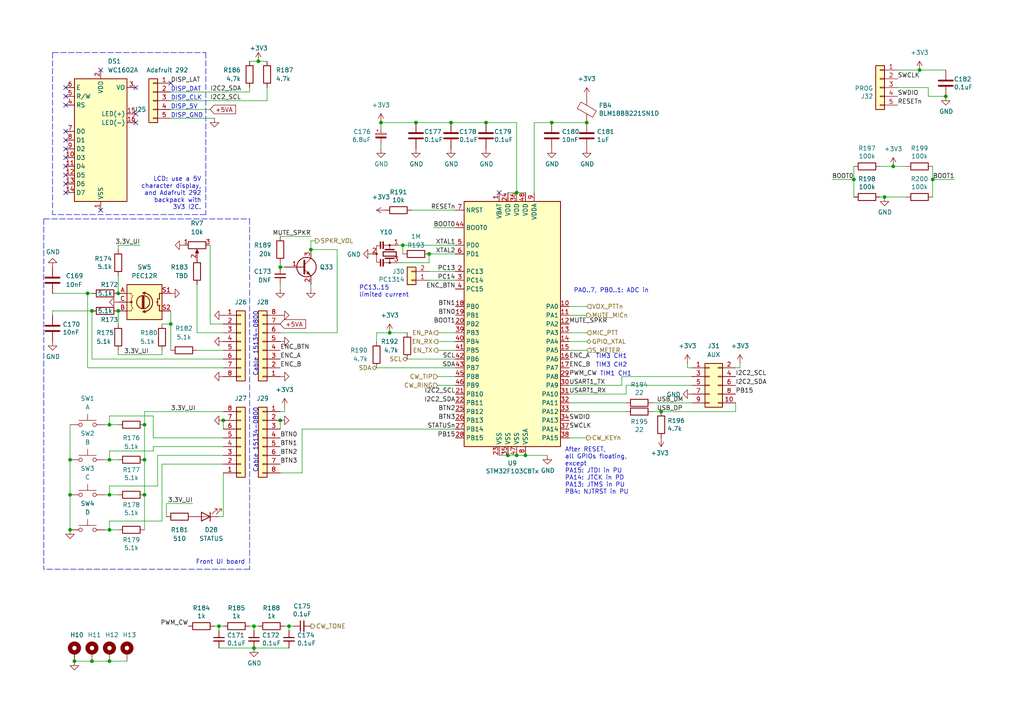
<source format=kicad_sch>
(kicad_sch (version 20211123) (generator eeschema)

  (uuid 5367a494-64b6-4f8c-adca-814c4b88525b)

  (paper "A4")

  (title_block
    (title "DART-70 TRX")
    (date "2023-03-06")
    (rev "0")
    (company "HB9EGM")
    (comment 1 "A 4m Band SSB/CW Transceiver")
    (comment 2 "User interface")
  )

  

  (junction (at 247.65 52.07) (diameter 0) (color 0 0 0 0)
    (uuid 0866ee23-d486-4d3a-a64d-98814c5ef163)
  )
  (junction (at 259.08 48.26) (diameter 0) (color 0 0 0 0)
    (uuid 0a368386-18d2-4ef6-8165-200b72a998f5)
  )
  (junction (at 31.75 153.67) (diameter 0) (color 0 0 0 0)
    (uuid 0f80f31f-72b7-4a12-98d4-1ab91816cb66)
  )
  (junction (at 34.29 85.09) (diameter 0) (color 0 0 0 0)
    (uuid 1276659c-ff14-4940-b214-e27c5bbbd628)
  )
  (junction (at 49.53 93.98) (diameter 0) (color 0 0 0 0)
    (uuid 13067acb-fde6-4e8f-bcd8-36f75030cd64)
  )
  (junction (at 31.75 123.19) (diameter 0) (color 0 0 0 0)
    (uuid 1b4d93c0-b76c-47a2-869f-90d3a6551a1b)
  )
  (junction (at 26.67 90.17) (diameter 0) (color 0 0 0 0)
    (uuid 1d8e009c-7943-40d7-8021-ed1bc658a4c2)
  )
  (junction (at 191.77 119.38) (diameter 0) (color 0 0 0 0)
    (uuid 27f5f687-72ed-4e01-8cef-3c4cc1c6eb50)
  )
  (junction (at 64.77 121.92) (diameter 0) (color 0 0 0 0)
    (uuid 2945d9a7-6deb-445b-b4b8-a7b72ad1634b)
  )
  (junction (at 266.7 20.32) (diameter 0) (color 0 0 0 0)
    (uuid 3a3e423a-0c3f-40d0-bc24-f2fd6c41cc34)
  )
  (junction (at 149.86 55.88) (diameter 0) (color 0 0 0 0)
    (uuid 3b398e0a-4c10-4dcc-aa1f-5dcd51a576d9)
  )
  (junction (at 20.32 143.51) (diameter 0) (color 0 0 0 0)
    (uuid 3e97b4b6-51fe-4831-8963-04e554d396f4)
  )
  (junction (at 124.46 73.66) (diameter 0) (color 0 0 0 0)
    (uuid 418a0e9c-c95f-4d4a-a88f-ec13faf3303c)
  )
  (junction (at 31.75 133.35) (diameter 0) (color 0 0 0 0)
    (uuid 43b68646-b8ec-4be3-a413-276bb49b62bd)
  )
  (junction (at 130.81 35.56) (diameter 0) (color 0 0 0 0)
    (uuid 463e71c6-e035-4ed0-9a41-c3c9633f2c78)
  )
  (junction (at 90.17 72.39) (diameter 0) (color 0 0 0 0)
    (uuid 4aeb06a7-de87-4606-9e7f-a948ca11c315)
  )
  (junction (at 74.93 17.78) (diameter 0) (color 0 0 0 0)
    (uuid 506b584a-7a0c-4748-9a0a-fd2df4f10b53)
  )
  (junction (at 31.75 191.77) (diameter 0) (color 0 0 0 0)
    (uuid 59cde6dd-9dca-42cc-926a-90d90b278d0e)
  )
  (junction (at 81.28 121.92) (diameter 0) (color 0 0 0 0)
    (uuid 5c4d51ff-53a5-48b4-8e8d-5a6fdb870410)
  )
  (junction (at 20.32 133.35) (diameter 0) (color 0 0 0 0)
    (uuid 60f9aea0-5552-4cff-adfd-7e3333a6c431)
  )
  (junction (at 256.54 57.15) (diameter 0) (color 0 0 0 0)
    (uuid 6d4ae51e-8ca2-4932-9759-eaa3b5ce6b35)
  )
  (junction (at 149.86 132.08) (diameter 0) (color 0 0 0 0)
    (uuid 70b621b6-45b5-43cb-9683-d589118723d7)
  )
  (junction (at 147.32 132.08) (diameter 0) (color 0 0 0 0)
    (uuid 73e2a101-0bc0-414b-9aa7-7eeb8a3caef1)
  )
  (junction (at 120.65 35.56) (diameter 0) (color 0 0 0 0)
    (uuid 752fa345-d8be-4e99-aad1-e88671f99643)
  )
  (junction (at 160.02 35.56) (diameter 0) (color 0 0 0 0)
    (uuid 77b09fa1-fbbb-49ab-94c4-069660b694ff)
  )
  (junction (at 73.66 187.96) (diameter 0) (color 0 0 0 0)
    (uuid 782b86fa-ef9f-4c16-a991-b44a80f0f0c3)
  )
  (junction (at 110.49 35.56) (diameter 0) (color 0 0 0 0)
    (uuid 7a569be9-30d3-40a6-bcfb-48572e4d943e)
  )
  (junction (at 63.5 181.61) (diameter 0) (color 0 0 0 0)
    (uuid 7efaeda2-e767-44b9-adb2-3a0c3f4d2f1d)
  )
  (junction (at 25.4 85.09) (diameter 0) (color 0 0 0 0)
    (uuid 862cd780-bf4e-4e2e-bb26-0952d83f334b)
  )
  (junction (at 83.82 181.61) (diameter 0) (color 0 0 0 0)
    (uuid 8847e751-6992-4f80-92c5-c3bef4b5dbf6)
  )
  (junction (at 116.84 71.12) (diameter 0) (color 0 0 0 0)
    (uuid 8c497335-9f19-4d8f-81b9-d3f6e5560190)
  )
  (junction (at 26.67 191.77) (diameter 0) (color 0 0 0 0)
    (uuid 98560b74-a1df-4f18-9056-9d04ee495b97)
  )
  (junction (at 140.97 35.56) (diameter 0) (color 0 0 0 0)
    (uuid 9cb0289b-897f-4a33-9575-6ead0989832a)
  )
  (junction (at 41.91 133.35) (diameter 0) (color 0 0 0 0)
    (uuid a306cb94-6ff0-43dc-b3ff-609bd041f651)
  )
  (junction (at 270.51 52.07) (diameter 0) (color 0 0 0 0)
    (uuid aa21b640-c66c-4373-8449-938440dd5f1c)
  )
  (junction (at 73.66 181.61) (diameter 0) (color 0 0 0 0)
    (uuid b2ecb88a-4c09-46d5-b24a-de38dbb48f75)
  )
  (junction (at 41.91 143.51) (diameter 0) (color 0 0 0 0)
    (uuid b47512f5-ddb1-4f6a-a01f-993a149ffa47)
  )
  (junction (at 152.4 132.08) (diameter 0) (color 0 0 0 0)
    (uuid b7e9cf10-b74e-4e80-a7f1-e33a29fe56de)
  )
  (junction (at 20.32 153.67) (diameter 0) (color 0 0 0 0)
    (uuid be9a62f2-23dd-41df-91a7-1f4ac377faf3)
  )
  (junction (at 81.28 77.47) (diameter 0) (color 0 0 0 0)
    (uuid c21d43cd-6a5c-49e4-8e47-27ce04de320c)
  )
  (junction (at 34.29 90.17) (diameter 0) (color 0 0 0 0)
    (uuid c2d3f10b-b9a2-4cb9-979d-644e3566b349)
  )
  (junction (at 21.59 191.77) (diameter 0) (color 0 0 0 0)
    (uuid c700ac3f-55c1-4328-ac50-f1d2cfb94ee9)
  )
  (junction (at 41.91 123.19) (diameter 0) (color 0 0 0 0)
    (uuid cc016ca4-b9a4-4d80-91ba-91d6e0df5bcc)
  )
  (junction (at 170.18 35.56) (diameter 0) (color 0 0 0 0)
    (uuid e1640c92-0a7b-4990-ae42-e9436c2a460d)
  )
  (junction (at 31.75 143.51) (diameter 0) (color 0 0 0 0)
    (uuid e4389c4e-c952-4182-9a64-3fb2a72a1786)
  )
  (junction (at 274.32 27.94) (diameter 0) (color 0 0 0 0)
    (uuid ed74c2b7-a3ac-4886-84f5-377b5e1bbbfc)
  )
  (junction (at 113.03 96.52) (diameter 0) (color 0 0 0 0)
    (uuid ff6d9fdb-84d0-4d1c-a636-19102cb32ce0)
  )

  (no_connect (at 19.05 30.48) (uuid 27a098aa-a54a-4603-8a04-fe8def00e684))
  (no_connect (at 19.05 25.4) (uuid 32b8b153-c903-4741-ad0e-f8d9602e50e4))
  (no_connect (at 39.37 33.02) (uuid 342988be-16c5-4d72-82f4-e65b4c5f0a23))
  (no_connect (at 19.05 45.72) (uuid 4f2980f5-7c43-4875-a7d2-8b8b265a1e46))
  (no_connect (at 19.05 40.64) (uuid 5187d1a9-67b2-40c1-a07c-4e0e8a38791d))
  (no_connect (at 39.37 35.56) (uuid 54760758-af89-4a41-a60d-e1b689c5006e))
  (no_connect (at 29.21 20.32) (uuid 5e0f13bf-804a-411e-8f5a-2678db83e4a0))
  (no_connect (at 19.05 38.1) (uuid 657b9520-f4f5-4bbd-96e9-e7037197e3d3))
  (no_connect (at 19.05 53.34) (uuid 68b3df11-6847-4453-820a-85d602ac575b))
  (no_connect (at 19.05 43.18) (uuid 7470b900-3f1e-497f-b369-8aad981a3392))
  (no_connect (at 29.21 60.96) (uuid 94d11b9d-6eb0-4385-9ae1-ddcc32221de4))
  (no_connect (at 19.05 48.26) (uuid 98bce542-8d71-44ac-8b06-d20ab5e9152b))
  (no_connect (at 19.05 55.88) (uuid 9a013d10-199f-4d04-bd4c-941faf08d324))
  (no_connect (at 144.78 55.88) (uuid b1a7eebe-6925-4250-9db7-8e9e0fa6cd98))
  (no_connect (at 19.05 27.94) (uuid cbf32607-4f05-4315-90ea-7b1ad43a34e7))
  (no_connect (at 49.53 24.13) (uuid d201603c-e100-4dec-85ec-f4b2f2d1beac))
  (no_connect (at 39.37 25.4) (uuid e52ceaab-2ff4-49eb-abf8-ad8d6eddfba5))
  (no_connect (at 19.05 50.8) (uuid e57a82f1-c1a2-475f-b5ba-dfeed83c5d9b))

  (wire (pts (xy 49.53 26.67) (xy 72.39 26.67))
    (stroke (width 0) (type default) (color 0 0 0 0))
    (uuid 0172fa94-4b7c-4d5e-bde6-27bb171b91e9)
  )
  (wire (pts (xy 63.5 149.86) (xy 64.77 149.86))
    (stroke (width 0) (type default) (color 0 0 0 0))
    (uuid 01bec52d-63c5-49e5-955c-569d1162d97f)
  )
  (wire (pts (xy 34.29 71.12) (xy 40.64 71.12))
    (stroke (width 0) (type default) (color 0 0 0 0))
    (uuid 0242d9ef-e4f8-46fc-9a77-e91737006838)
  )
  (wire (pts (xy 60.96 71.12) (xy 60.96 93.98))
    (stroke (width 0) (type default) (color 0 0 0 0))
    (uuid 02f4b20d-c9a8-4969-8fae-b3557e58a4d5)
  )
  (wire (pts (xy 34.29 93.98) (xy 34.29 90.17))
    (stroke (width 0) (type default) (color 0 0 0 0))
    (uuid 035870a0-33fd-4542-9093-58d01a043d61)
  )
  (wire (pts (xy 119.38 60.96) (xy 132.08 60.96))
    (stroke (width 0) (type default) (color 0 0 0 0))
    (uuid 0454b0ed-4e94-46b1-9058-7210ddee62e4)
  )
  (wire (pts (xy 34.29 101.6) (xy 34.29 102.87))
    (stroke (width 0) (type default) (color 0 0 0 0))
    (uuid 075e8b22-aaf4-4757-89b3-6249642534f1)
  )
  (wire (pts (xy 170.18 127) (xy 165.1 127))
    (stroke (width 0) (type default) (color 0 0 0 0))
    (uuid 092bd70b-48e0-45b7-9940-021b2d382881)
  )
  (wire (pts (xy 44.45 120.65) (xy 31.75 120.65))
    (stroke (width 0) (type default) (color 0 0 0 0))
    (uuid 09f2736c-9021-4d8c-8548-ee1072a97795)
  )
  (wire (pts (xy 165.1 88.9) (xy 170.18 88.9))
    (stroke (width 0) (type default) (color 0 0 0 0))
    (uuid 09f67069-9731-43ad-9896-f538c04ef5ba)
  )
  (wire (pts (xy 15.24 91.44) (xy 15.24 90.17))
    (stroke (width 0) (type default) (color 0 0 0 0))
    (uuid 1021e01a-7480-4604-9b82-a8d70899e83d)
  )
  (wire (pts (xy 34.29 133.35) (xy 31.75 133.35))
    (stroke (width 0) (type default) (color 0 0 0 0))
    (uuid 10acd6cf-9aa0-464b-9051-98ec9eb1cee0)
  )
  (wire (pts (xy 48.26 146.05) (xy 55.88 146.05))
    (stroke (width 0) (type default) (color 0 0 0 0))
    (uuid 11719fed-d88d-4530-9c26-831b28b31b78)
  )
  (wire (pts (xy 64.77 132.08) (xy 45.72 132.08))
    (stroke (width 0) (type default) (color 0 0 0 0))
    (uuid 117ea635-ba04-4738-95f8-db64471b3c10)
  )
  (wire (pts (xy 127 101.6) (xy 132.08 101.6))
    (stroke (width 0) (type default) (color 0 0 0 0))
    (uuid 1627b889-41c1-4638-81bb-2059620a165d)
  )
  (wire (pts (xy 127 111.76) (xy 132.08 111.76))
    (stroke (width 0) (type default) (color 0 0 0 0))
    (uuid 166aacf9-9169-4bbe-a203-0c1180fa7c79)
  )
  (wire (pts (xy 266.7 20.32) (xy 274.32 20.32))
    (stroke (width 0) (type default) (color 0 0 0 0))
    (uuid 183d445a-de65-4a66-9059-9ba25be6a94a)
  )
  (wire (pts (xy 21.59 191.77) (xy 26.67 191.77))
    (stroke (width 0) (type default) (color 0 0 0 0))
    (uuid 1998e0d6-130d-4ba8-96ae-888a1f6e3081)
  )
  (wire (pts (xy 110.49 41.91) (xy 110.49 43.18))
    (stroke (width 0) (type default) (color 0 0 0 0))
    (uuid 1a795a6f-1bc6-41fb-82d7-5ae528094d84)
  )
  (wire (pts (xy 270.51 52.07) (xy 276.86 52.07))
    (stroke (width 0) (type default) (color 0 0 0 0))
    (uuid 1aa1dab1-f1aa-419d-8e2b-8cd33b1239aa)
  )
  (wire (pts (xy 200.66 106.68) (xy 199.39 106.68))
    (stroke (width 0) (type default) (color 0 0 0 0))
    (uuid 1ce4bd63-126a-47fe-ad75-2c3d3b6c90fd)
  )
  (wire (pts (xy 90.17 69.85) (xy 91.44 69.85))
    (stroke (width 0) (type default) (color 0 0 0 0))
    (uuid 1d79b872-4247-447b-8107-559d53ddd5a5)
  )
  (wire (pts (xy 189.23 116.84) (xy 200.66 116.84))
    (stroke (width 0) (type default) (color 0 0 0 0))
    (uuid 1da5016e-cc92-4895-a74f-9793b5b27afa)
  )
  (wire (pts (xy 130.81 35.56) (xy 140.97 35.56))
    (stroke (width 0) (type default) (color 0 0 0 0))
    (uuid 2330a65f-a667-4564-b2ea-fd267508069a)
  )
  (wire (pts (xy 260.35 20.32) (xy 266.7 20.32))
    (stroke (width 0) (type default) (color 0 0 0 0))
    (uuid 23425199-2ac8-404e-b295-8bb0276f526e)
  )
  (wire (pts (xy 200.66 111.76) (xy 181.61 111.76))
    (stroke (width 0) (type default) (color 0 0 0 0))
    (uuid 238ce6dc-0557-409a-ab04-93448fccaac4)
  )
  (wire (pts (xy 160.02 35.56) (xy 154.94 35.56))
    (stroke (width 0) (type default) (color 0 0 0 0))
    (uuid 23d269d6-d694-442a-bf5d-98bf3544fc31)
  )
  (wire (pts (xy 165.1 116.84) (xy 181.61 116.84))
    (stroke (width 0) (type default) (color 0 0 0 0))
    (uuid 23ee83b6-5b95-4d9f-9ad1-3b6563750444)
  )
  (wire (pts (xy 269.24 25.4) (xy 269.24 27.94))
    (stroke (width 0) (type default) (color 0 0 0 0))
    (uuid 2480dd87-1dff-4a50-81a2-52ef161ac45c)
  )
  (wire (pts (xy 259.08 48.26) (xy 262.89 48.26))
    (stroke (width 0) (type default) (color 0 0 0 0))
    (uuid 24884ea9-449f-44bf-b800-4ed7c93ce21e)
  )
  (wire (pts (xy 63.5 181.61) (xy 63.5 182.88))
    (stroke (width 0) (type default) (color 0 0 0 0))
    (uuid 251435cb-df17-46ab-aac4-3d24ccac8db0)
  )
  (wire (pts (xy 109.22 106.68) (xy 132.08 106.68))
    (stroke (width 0) (type default) (color 0 0 0 0))
    (uuid 25892d42-97fc-44a1-b3ba-aeb16f99fc18)
  )
  (polyline (pts (xy 12.7 63.5) (xy 12.7 165.1))
    (stroke (width 0) (type default) (color 0 0 0 0))
    (uuid 2713b852-bf79-44b8-86d7-5e0782348c75)
  )

  (wire (pts (xy 34.29 123.19) (xy 31.75 123.19))
    (stroke (width 0) (type default) (color 0 0 0 0))
    (uuid 2965eaa9-5c83-4078-a673-05e36103f2d1)
  )
  (wire (pts (xy 26.67 104.14) (xy 64.77 104.14))
    (stroke (width 0) (type default) (color 0 0 0 0))
    (uuid 2b7ff33a-ec1c-46d5-8b84-ce602b213971)
  )
  (wire (pts (xy 127 109.22) (xy 132.08 109.22))
    (stroke (width 0) (type default) (color 0 0 0 0))
    (uuid 2bd08fdd-e559-4112-af36-bdef9848d0a6)
  )
  (wire (pts (xy 81.28 96.52) (xy 97.79 96.52))
    (stroke (width 0) (type default) (color 0 0 0 0))
    (uuid 2c6ad630-243d-427a-a5cf-bdab2e7e3ca0)
  )
  (wire (pts (xy 64.77 134.62) (xy 46.99 134.62))
    (stroke (width 0) (type default) (color 0 0 0 0))
    (uuid 2e004af1-24c2-4d3f-9cdf-8ffccd65096d)
  )
  (wire (pts (xy 57.15 82.55) (xy 57.15 96.52))
    (stroke (width 0) (type default) (color 0 0 0 0))
    (uuid 34bc620a-9d77-48b4-909a-ab4e80c66d2f)
  )
  (polyline (pts (xy 59.69 15.24) (xy 59.69 62.23))
    (stroke (width 0) (type default) (color 0 0 0 0))
    (uuid 36dbbb14-ed77-4633-af35-90660d2143f3)
  )

  (wire (pts (xy 120.65 35.56) (xy 130.81 35.56))
    (stroke (width 0) (type default) (color 0 0 0 0))
    (uuid 37e843e9-2538-4a91-9a9b-f536fa0a9e84)
  )
  (wire (pts (xy 64.77 127) (xy 44.45 127))
    (stroke (width 0) (type default) (color 0 0 0 0))
    (uuid 38d4be64-e2ca-4c77-8402-c0bcde2a8985)
  )
  (wire (pts (xy 247.65 52.07) (xy 247.65 57.15))
    (stroke (width 0) (type default) (color 0 0 0 0))
    (uuid 39fc171f-22e1-4125-a6fb-074be0f89972)
  )
  (wire (pts (xy 110.49 35.56) (xy 120.65 35.56))
    (stroke (width 0) (type default) (color 0 0 0 0))
    (uuid 3a013e8f-5b12-499b-8d2d-0ad49966db1a)
  )
  (wire (pts (xy 83.82 182.88) (xy 83.82 181.61))
    (stroke (width 0) (type default) (color 0 0 0 0))
    (uuid 3d927ca0-f4ad-42ab-b902-dfef8d84eebb)
  )
  (wire (pts (xy 270.51 52.07) (xy 270.51 57.15))
    (stroke (width 0) (type default) (color 0 0 0 0))
    (uuid 3ecb97a2-d71c-4514-8aef-66aafaac321d)
  )
  (wire (pts (xy 31.75 151.13) (xy 31.75 153.67))
    (stroke (width 0) (type default) (color 0 0 0 0))
    (uuid 3ecfdc85-ccb3-4449-a7de-24b5b9ff8623)
  )
  (wire (pts (xy 73.66 187.96) (xy 83.82 187.96))
    (stroke (width 0) (type default) (color 0 0 0 0))
    (uuid 3fc3a397-ec3a-4314-aa6a-44925ef4cbbe)
  )
  (wire (pts (xy 189.23 119.38) (xy 191.77 119.38))
    (stroke (width 0) (type default) (color 0 0 0 0))
    (uuid 40e94887-1b6b-450e-82b0-77f516f4e620)
  )
  (polyline (pts (xy 15.24 15.24) (xy 59.69 15.24))
    (stroke (width 0) (type default) (color 0 0 0 0))
    (uuid 437ebe18-8f4c-4d60-9ade-e76424d17726)
  )

  (wire (pts (xy 83.82 181.61) (xy 85.09 181.61))
    (stroke (width 0) (type default) (color 0 0 0 0))
    (uuid 4736f749-4a0e-4a05-b1aa-d51f1c3fc23d)
  )
  (wire (pts (xy 160.02 35.56) (xy 170.18 35.56))
    (stroke (width 0) (type default) (color 0 0 0 0))
    (uuid 4829bee0-faa8-43f7-b2d7-8a6e5d1b3050)
  )
  (wire (pts (xy 34.29 80.01) (xy 34.29 85.09))
    (stroke (width 0) (type default) (color 0 0 0 0))
    (uuid 487cb37f-32e1-4fcc-b649-1ddd891984c5)
  )
  (wire (pts (xy 34.29 72.39) (xy 34.29 71.12))
    (stroke (width 0) (type default) (color 0 0 0 0))
    (uuid 4ac2ebce-bb4e-40ee-8aab-660b525d546b)
  )
  (wire (pts (xy 124.46 78.74) (xy 132.08 78.74))
    (stroke (width 0) (type default) (color 0 0 0 0))
    (uuid 4cd135a5-fdd1-4851-864a-dadf7c96d9ff)
  )
  (wire (pts (xy 20.32 123.19) (xy 20.32 133.35))
    (stroke (width 0) (type default) (color 0 0 0 0))
    (uuid 4d43e674-c1c0-4e11-b129-01108db367aa)
  )
  (wire (pts (xy 260.35 25.4) (xy 269.24 25.4))
    (stroke (width 0) (type default) (color 0 0 0 0))
    (uuid 4f69bb40-cbf2-45c5-8c23-3e0667e1f6c1)
  )
  (wire (pts (xy 165.1 114.3) (xy 181.61 114.3))
    (stroke (width 0) (type default) (color 0 0 0 0))
    (uuid 500298f6-b9ed-4e53-bde6-024545f1a90a)
  )
  (wire (pts (xy 214.63 106.68) (xy 214.63 105.41))
    (stroke (width 0) (type default) (color 0 0 0 0))
    (uuid 51294343-90f3-4619-bc53-1c73bf8c5427)
  )
  (wire (pts (xy 44.45 129.54) (xy 44.45 130.81))
    (stroke (width 0) (type default) (color 0 0 0 0))
    (uuid 5340b604-f44f-4b11-a6bf-532ca4d65b6f)
  )
  (wire (pts (xy 165.1 99.06) (xy 170.18 99.06))
    (stroke (width 0) (type default) (color 0 0 0 0))
    (uuid 53b642b8-d876-4cba-97a5-d4c9c528a2c5)
  )
  (wire (pts (xy 74.93 17.78) (xy 72.39 17.78))
    (stroke (width 0) (type default) (color 0 0 0 0))
    (uuid 5650bed6-fa0f-4e0e-bc2c-475445b4cde8)
  )
  (wire (pts (xy 64.77 101.6) (xy 57.15 101.6))
    (stroke (width 0) (type default) (color 0 0 0 0))
    (uuid 58839379-e082-4fb4-906e-c6877a462c18)
  )
  (wire (pts (xy 34.29 143.51) (xy 31.75 143.51))
    (stroke (width 0) (type default) (color 0 0 0 0))
    (uuid 595e8034-8a59-4a5c-b366-f8604d8aa4da)
  )
  (wire (pts (xy 247.65 48.26) (xy 247.65 52.07))
    (stroke (width 0) (type default) (color 0 0 0 0))
    (uuid 5af71f61-4c88-4f07-8375-dac3a2ef186d)
  )
  (wire (pts (xy 110.49 35.56) (xy 110.49 36.83))
    (stroke (width 0) (type default) (color 0 0 0 0))
    (uuid 5e8f43a4-e869-473e-b093-0ec79ea19580)
  )
  (wire (pts (xy 269.24 27.94) (xy 274.32 27.94))
    (stroke (width 0) (type default) (color 0 0 0 0))
    (uuid 61b6f2c4-b226-47d6-bbd8-9d67fcaf35c3)
  )
  (wire (pts (xy 256.54 57.15) (xy 262.89 57.15))
    (stroke (width 0) (type default) (color 0 0 0 0))
    (uuid 61e795c9-5bb5-48b3-b7a0-cb64f04c7adc)
  )
  (wire (pts (xy 49.53 101.6) (xy 49.53 93.98))
    (stroke (width 0) (type default) (color 0 0 0 0))
    (uuid 62bb59d5-9173-4472-8052-d1f9b5eb8ddd)
  )
  (wire (pts (xy 48.26 146.05) (xy 48.26 149.86))
    (stroke (width 0) (type default) (color 0 0 0 0))
    (uuid 653c064d-2952-4357-b6d2-6994eafa06e3)
  )
  (wire (pts (xy 34.29 153.67) (xy 31.75 153.67))
    (stroke (width 0) (type default) (color 0 0 0 0))
    (uuid 66d98295-60ac-4b7d-a181-3284b2b387bc)
  )
  (wire (pts (xy 124.46 76.2) (xy 124.46 73.66))
    (stroke (width 0) (type default) (color 0 0 0 0))
    (uuid 677a1070-c11b-49a9-8186-12e0a3e880b1)
  )
  (wire (pts (xy 77.47 29.21) (xy 77.47 25.4))
    (stroke (width 0) (type default) (color 0 0 0 0))
    (uuid 679e5b0e-a017-43d8-8845-79a886253d82)
  )
  (wire (pts (xy 26.67 191.77) (xy 31.75 191.77))
    (stroke (width 0) (type default) (color 0 0 0 0))
    (uuid 67a7995e-8784-42ca-a88d-2917f425f1b7)
  )
  (polyline (pts (xy 15.24 15.24) (xy 15.24 62.23))
    (stroke (width 0) (type default) (color 0 0 0 0))
    (uuid 6c1a4ff4-84d5-4723-9271-598658bada11)
  )

  (wire (pts (xy 165.1 111.76) (xy 180.34 111.76))
    (stroke (width 0) (type default) (color 0 0 0 0))
    (uuid 6f75ea3e-6135-44f5-9313-1aad839ab6f6)
  )
  (wire (pts (xy 49.53 93.98) (xy 49.53 90.17))
    (stroke (width 0) (type default) (color 0 0 0 0))
    (uuid 6fdaf790-6595-4496-8ecc-66a8fce05a7e)
  )
  (wire (pts (xy 31.75 153.67) (xy 30.48 153.67))
    (stroke (width 0) (type default) (color 0 0 0 0))
    (uuid 7015e2a0-a2e3-4f1d-a3b4-6e3232db9600)
  )
  (wire (pts (xy 74.93 17.78) (xy 77.47 17.78))
    (stroke (width 0) (type default) (color 0 0 0 0))
    (uuid 70fbc14f-75ce-4a72-aeed-887f01f7e9b7)
  )
  (wire (pts (xy 62.23 181.61) (xy 63.5 181.61))
    (stroke (width 0) (type default) (color 0 0 0 0))
    (uuid 742f6656-c86d-41c0-937e-ef6ded3bd482)
  )
  (wire (pts (xy 82.55 119.38) (xy 81.28 119.38))
    (stroke (width 0) (type default) (color 0 0 0 0))
    (uuid 759cc877-c951-4232-8801-84944e2711e0)
  )
  (wire (pts (xy 31.75 143.51) (xy 30.48 143.51))
    (stroke (width 0) (type default) (color 0 0 0 0))
    (uuid 79e9b764-7934-4c55-bbe2-66da90857ed4)
  )
  (wire (pts (xy 140.97 35.56) (xy 149.86 35.56))
    (stroke (width 0) (type default) (color 0 0 0 0))
    (uuid 7c1fd6fc-5c53-4ccb-a456-46fe6fc0bc71)
  )
  (wire (pts (xy 34.29 102.87) (xy 46.99 102.87))
    (stroke (width 0) (type default) (color 0 0 0 0))
    (uuid 7d0bbe80-0957-4d01-9233-f16ef102a13b)
  )
  (wire (pts (xy 82.55 181.61) (xy 83.82 181.61))
    (stroke (width 0) (type default) (color 0 0 0 0))
    (uuid 7d512d14-3ca4-4934-b506-eb07d268c7dc)
  )
  (wire (pts (xy 255.27 48.26) (xy 259.08 48.26))
    (stroke (width 0) (type default) (color 0 0 0 0))
    (uuid 7dd55760-37b2-4d89-b4f0-9a6e2271c608)
  )
  (wire (pts (xy 49.53 31.75) (xy 60.96 31.75))
    (stroke (width 0) (type default) (color 0 0 0 0))
    (uuid 7dea5b06-9728-4946-ac18-76df3b51d33b)
  )
  (wire (pts (xy 147.32 132.08) (xy 144.78 132.08))
    (stroke (width 0) (type default) (color 0 0 0 0))
    (uuid 7f2c9904-545b-4337-acd6-8707e0924818)
  )
  (wire (pts (xy 31.75 120.65) (xy 31.75 123.19))
    (stroke (width 0) (type default) (color 0 0 0 0))
    (uuid 7f70a162-654d-4a57-bc5d-a31cdfbe16ab)
  )
  (wire (pts (xy 270.51 48.26) (xy 270.51 52.07))
    (stroke (width 0) (type default) (color 0 0 0 0))
    (uuid 81d49193-5849-4589-9095-80c5e3a0c2bb)
  )
  (wire (pts (xy 41.91 133.35) (xy 41.91 123.19))
    (stroke (width 0) (type default) (color 0 0 0 0))
    (uuid 83b77b4d-dcc2-4e93-a5f3-1d1480646393)
  )
  (wire (pts (xy 199.39 106.68) (xy 199.39 105.41))
    (stroke (width 0) (type default) (color 0 0 0 0))
    (uuid 83f19178-b5ce-4eb0-8662-85efc8e40ad9)
  )
  (wire (pts (xy 82.55 118.11) (xy 82.55 119.38))
    (stroke (width 0) (type default) (color 0 0 0 0))
    (uuid 8531137a-1a8b-4272-8a2a-21ebe15116a8)
  )
  (wire (pts (xy 255.27 57.15) (xy 256.54 57.15))
    (stroke (width 0) (type default) (color 0 0 0 0))
    (uuid 875404be-e359-458a-af29-1bd3403dd55f)
  )
  (wire (pts (xy 170.18 96.52) (xy 165.1 96.52))
    (stroke (width 0) (type default) (color 0 0 0 0))
    (uuid 8916cfb5-5541-43a9-8e0e-951b776d485c)
  )
  (wire (pts (xy 90.17 69.85) (xy 90.17 72.39))
    (stroke (width 0) (type default) (color 0 0 0 0))
    (uuid 8c018d47-5ab9-4aea-a37a-71038b398265)
  )
  (wire (pts (xy 64.77 129.54) (xy 44.45 129.54))
    (stroke (width 0) (type default) (color 0 0 0 0))
    (uuid 8cad3c76-9d14-47b0-af16-b1d45fb7e210)
  )
  (wire (pts (xy 25.4 85.09) (xy 25.4 106.68))
    (stroke (width 0) (type default) (color 0 0 0 0))
    (uuid 8cc76f91-ded4-40ee-b697-880b3a291e2e)
  )
  (wire (pts (xy 20.32 143.51) (xy 20.32 153.67))
    (stroke (width 0) (type default) (color 0 0 0 0))
    (uuid 8d760ab7-cb5d-426a-b4aa-fb7e0964cb41)
  )
  (wire (pts (xy 113.03 96.52) (xy 118.11 96.52))
    (stroke (width 0) (type default) (color 0 0 0 0))
    (uuid 8eee2ea4-1445-45c5-abf0-47f99f0cf976)
  )
  (wire (pts (xy 73.66 181.61) (xy 74.93 181.61))
    (stroke (width 0) (type default) (color 0 0 0 0))
    (uuid 9004cee7-358e-4c08-9d64-a05f28a4e7b6)
  )
  (wire (pts (xy 15.24 85.09) (xy 25.4 85.09))
    (stroke (width 0) (type default) (color 0 0 0 0))
    (uuid 901dc96c-698d-427d-880a-ee46536a481f)
  )
  (wire (pts (xy 81.28 77.47) (xy 82.55 77.47))
    (stroke (width 0) (type default) (color 0 0 0 0))
    (uuid 91b93633-9d4a-4170-b7ca-34e2d5aedb1e)
  )
  (wire (pts (xy 124.46 73.66) (xy 132.08 73.66))
    (stroke (width 0) (type default) (color 0 0 0 0))
    (uuid 92cf4db4-2dba-4763-9cd8-3c7f8aff8f24)
  )
  (wire (pts (xy 124.46 76.2) (xy 115.57 76.2))
    (stroke (width 0) (type default) (color 0 0 0 0))
    (uuid 93b580d1-c2df-48c4-9d06-465ca9d3eebc)
  )
  (wire (pts (xy 31.75 130.81) (xy 31.75 133.35))
    (stroke (width 0) (type default) (color 0 0 0 0))
    (uuid 93da3a85-5fda-48d7-be90-2ac97d347c10)
  )
  (wire (pts (xy 31.75 133.35) (xy 30.48 133.35))
    (stroke (width 0) (type default) (color 0 0 0 0))
    (uuid 9a54de37-9a36-4361-8f2a-998faf1c0711)
  )
  (wire (pts (xy 87.63 124.46) (xy 132.08 124.46))
    (stroke (width 0) (type default) (color 0 0 0 0))
    (uuid 9c00f763-4387-4dca-9d2a-687600fcbd31)
  )
  (wire (pts (xy 26.67 90.17) (xy 26.67 104.14))
    (stroke (width 0) (type default) (color 0 0 0 0))
    (uuid a17a454c-d5db-41e2-aad7-bb23416d3abb)
  )
  (wire (pts (xy 46.99 93.98) (xy 49.53 93.98))
    (stroke (width 0) (type default) (color 0 0 0 0))
    (uuid a1c9f66a-0fa1-46bb-9bd5-47e853da8b3b)
  )
  (wire (pts (xy 149.86 55.88) (xy 147.32 55.88))
    (stroke (width 0) (type default) (color 0 0 0 0))
    (uuid a32fe8ab-5810-40f6-8eab-48332c0ee5a0)
  )
  (wire (pts (xy 81.28 83.82) (xy 81.28 82.55))
    (stroke (width 0) (type default) (color 0 0 0 0))
    (uuid a6772870-a42e-49f8-bd4d-a35118c5fb87)
  )
  (wire (pts (xy 31.75 123.19) (xy 30.48 123.19))
    (stroke (width 0) (type default) (color 0 0 0 0))
    (uuid a8ec01c3-5395-47fc-8245-52f53884ef0c)
  )
  (wire (pts (xy 124.46 81.28) (xy 132.08 81.28))
    (stroke (width 0) (type default) (color 0 0 0 0))
    (uuid ab5db7e5-9de7-449f-b70b-9d0dd610b10b)
  )
  (wire (pts (xy 116.84 73.66) (xy 116.84 71.12))
    (stroke (width 0) (type default) (color 0 0 0 0))
    (uuid ac5a5c45-797a-4bbe-bfd5-5ce5a8aa3463)
  )
  (wire (pts (xy 109.22 99.06) (xy 109.22 96.52))
    (stroke (width 0) (type default) (color 0 0 0 0))
    (uuid acc086a0-e4a1-477e-a665-53709bdb472e)
  )
  (wire (pts (xy 81.28 121.92) (xy 81.28 124.46))
    (stroke (width 0) (type default) (color 0 0 0 0))
    (uuid adcad185-ae9d-4ff3-9043-36c650cb42a0)
  )
  (wire (pts (xy 81.28 76.2) (xy 81.28 77.47))
    (stroke (width 0) (type default) (color 0 0 0 0))
    (uuid ae0da676-b905-4af3-8d1e-af49105ca29d)
  )
  (wire (pts (xy 46.99 151.13) (xy 31.75 151.13))
    (stroke (width 0) (type default) (color 0 0 0 0))
    (uuid ae15e328-ecca-4103-8937-cab586d25863)
  )
  (wire (pts (xy 152.4 132.08) (xy 149.86 132.08))
    (stroke (width 0) (type default) (color 0 0 0 0))
    (uuid b05af61d-3c1d-44cf-aea2-61fd169c9d1a)
  )
  (wire (pts (xy 31.75 191.77) (xy 36.83 191.77))
    (stroke (width 0) (type default) (color 0 0 0 0))
    (uuid b28ba5b1-54d9-4597-94a4-3b5c7b5bab1e)
  )
  (wire (pts (xy 149.86 35.56) (xy 149.86 55.88))
    (stroke (width 0) (type default) (color 0 0 0 0))
    (uuid b3eebb03-af8c-48e8-a7d9-5ec3741206fa)
  )
  (wire (pts (xy 213.36 119.38) (xy 213.36 116.84))
    (stroke (width 0) (type default) (color 0 0 0 0))
    (uuid b54abf56-b9e3-4a23-9f8d-55ca0e49fa17)
  )
  (polyline (pts (xy 72.39 63.5) (xy 72.39 165.1))
    (stroke (width 0) (type default) (color 0 0 0 0))
    (uuid b7352d31-f539-445c-ba3f-fbc1562b3d46)
  )

  (wire (pts (xy 165.1 119.38) (xy 181.61 119.38))
    (stroke (width 0) (type default) (color 0 0 0 0))
    (uuid b9baffa3-7afd-4d0f-b872-02cd045ef6e6)
  )
  (wire (pts (xy 181.61 111.76) (xy 181.61 114.3))
    (stroke (width 0) (type default) (color 0 0 0 0))
    (uuid b9fce689-53c2-4275-98d8-2c8da9bd740a)
  )
  (wire (pts (xy 116.84 71.12) (xy 115.57 71.12))
    (stroke (width 0) (type default) (color 0 0 0 0))
    (uuid ba80136a-34d0-4a97-a9c9-c43ab3f7be6e)
  )
  (wire (pts (xy 97.79 96.52) (xy 97.79 72.39))
    (stroke (width 0) (type default) (color 0 0 0 0))
    (uuid baa5fb47-0080-48ce-a6eb-0a22f840580d)
  )
  (wire (pts (xy 152.4 55.88) (xy 149.86 55.88))
    (stroke (width 0) (type default) (color 0 0 0 0))
    (uuid bade9875-e59b-4d52-b529-c48d7c265fc4)
  )
  (wire (pts (xy 81.28 137.16) (xy 87.63 137.16))
    (stroke (width 0) (type default) (color 0 0 0 0))
    (uuid bb740424-d759-4423-b2a5-0258d69ff2b8)
  )
  (wire (pts (xy 49.53 29.21) (xy 77.47 29.21))
    (stroke (width 0) (type default) (color 0 0 0 0))
    (uuid bc913ca4-9065-43d2-9d7f-c7073d14811d)
  )
  (wire (pts (xy 170.18 101.6) (xy 165.1 101.6))
    (stroke (width 0) (type default) (color 0 0 0 0))
    (uuid bcb9de97-da39-48c2-ba62-52171a3a19f8)
  )
  (wire (pts (xy 64.77 93.98) (xy 60.96 93.98))
    (stroke (width 0) (type default) (color 0 0 0 0))
    (uuid bcc6231b-fada-4e7b-994f-501a10edaac4)
  )
  (wire (pts (xy 118.11 104.14) (xy 132.08 104.14))
    (stroke (width 0) (type default) (color 0 0 0 0))
    (uuid bd09b87f-3171-467c-9c1b-9b264cb5811f)
  )
  (wire (pts (xy 45.72 132.08) (xy 45.72 140.97))
    (stroke (width 0) (type default) (color 0 0 0 0))
    (uuid bdc362f0-8353-4b85-a2e5-77a124b70e3e)
  )
  (wire (pts (xy 90.17 83.82) (xy 90.17 82.55))
    (stroke (width 0) (type default) (color 0 0 0 0))
    (uuid be3969cd-6eb6-46db-b717-5a91b206baa1)
  )
  (wire (pts (xy 127 99.06) (xy 132.08 99.06))
    (stroke (width 0) (type default) (color 0 0 0 0))
    (uuid becafcb0-5d08-48f4-89ce-b2a1334e1c9f)
  )
  (wire (pts (xy 46.99 134.62) (xy 46.99 151.13))
    (stroke (width 0) (type default) (color 0 0 0 0))
    (uuid bff5a479-d653-4ef3-9142-cd1c60af5e4c)
  )
  (wire (pts (xy 87.63 137.16) (xy 87.63 124.46))
    (stroke (width 0) (type default) (color 0 0 0 0))
    (uuid c11bad5b-a36f-48f7-a423-b6938509b64c)
  )
  (wire (pts (xy 25.4 85.09) (xy 26.67 85.09))
    (stroke (width 0) (type default) (color 0 0 0 0))
    (uuid c3bf758f-2f4a-44b5-89bd-399138aded84)
  )
  (wire (pts (xy 64.77 121.92) (xy 64.77 124.46))
    (stroke (width 0) (type default) (color 0 0 0 0))
    (uuid c441a9cc-dcbd-450c-98b0-ba6bf2893466)
  )
  (wire (pts (xy 109.22 96.52) (xy 113.03 96.52))
    (stroke (width 0) (type default) (color 0 0 0 0))
    (uuid c4f64510-07d5-4ae3-902b-5d0e59c44376)
  )
  (wire (pts (xy 180.34 109.22) (xy 200.66 109.22))
    (stroke (width 0) (type default) (color 0 0 0 0))
    (uuid ca0eab8e-e3fd-464d-bb03-d1603b8a651b)
  )
  (wire (pts (xy 213.36 106.68) (xy 214.63 106.68))
    (stroke (width 0) (type default) (color 0 0 0 0))
    (uuid cb175638-626b-4672-842d-6eb93527cdee)
  )
  (wire (pts (xy 72.39 26.67) (xy 72.39 25.4))
    (stroke (width 0) (type default) (color 0 0 0 0))
    (uuid cf02db11-2ff8-4f79-b3e9-9802575ab786)
  )
  (polyline (pts (xy 72.39 165.1) (xy 12.7 165.1))
    (stroke (width 0) (type default) (color 0 0 0 0))
    (uuid d1139c2e-c886-424c-a875-a1901610c4d7)
  )

  (wire (pts (xy 154.94 35.56) (xy 154.94 55.88))
    (stroke (width 0) (type default) (color 0 0 0 0))
    (uuid d1ea7795-8403-4edb-b959-1b29f77ed16f)
  )
  (wire (pts (xy 26.67 90.17) (xy 15.24 90.17))
    (stroke (width 0) (type default) (color 0 0 0 0))
    (uuid d4d81f67-fac4-4771-8b7d-f2089683330d)
  )
  (wire (pts (xy 73.66 182.88) (xy 73.66 181.61))
    (stroke (width 0) (type default) (color 0 0 0 0))
    (uuid d8ebdeb0-2bbd-4a1b-a259-f95c97f44cbe)
  )
  (wire (pts (xy 72.39 181.61) (xy 73.66 181.61))
    (stroke (width 0) (type default) (color 0 0 0 0))
    (uuid dacfc6b2-f197-4446-86ee-d141533404be)
  )
  (wire (pts (xy 97.79 72.39) (xy 90.17 72.39))
    (stroke (width 0) (type default) (color 0 0 0 0))
    (uuid db2d81f3-23da-41d4-9b62-2e8fe838cf89)
  )
  (wire (pts (xy 46.99 101.6) (xy 46.99 102.87))
    (stroke (width 0) (type default) (color 0 0 0 0))
    (uuid dbe966b7-402e-466d-8903-8d56ad410940)
  )
  (wire (pts (xy 49.53 34.29) (xy 62.23 34.29))
    (stroke (width 0) (type default) (color 0 0 0 0))
    (uuid dc2567a8-f67d-423b-a6b0-f3bf10022eef)
  )
  (wire (pts (xy 132.08 71.12) (xy 116.84 71.12))
    (stroke (width 0) (type default) (color 0 0 0 0))
    (uuid dcbc5a2e-2561-4663-8736-09acc9fe0209)
  )
  (wire (pts (xy 63.5 187.96) (xy 73.66 187.96))
    (stroke (width 0) (type default) (color 0 0 0 0))
    (uuid ddcf9a83-0126-4df6-88fa-3363d508d3a6)
  )
  (wire (pts (xy 45.72 140.97) (xy 31.75 140.97))
    (stroke (width 0) (type default) (color 0 0 0 0))
    (uuid dece3cbd-7376-4a8b-8f30-175b2548ec21)
  )
  (wire (pts (xy 44.45 130.81) (xy 31.75 130.81))
    (stroke (width 0) (type default) (color 0 0 0 0))
    (uuid df1810e4-d2b1-4c4a-a469-1d3279013048)
  )
  (polyline (pts (xy 12.7 63.5) (xy 72.39 63.5))
    (stroke (width 0) (type default) (color 0 0 0 0))
    (uuid e1153486-162b-4507-b81c-3c8ab418a121)
  )

  (wire (pts (xy 158.75 132.08) (xy 152.4 132.08))
    (stroke (width 0) (type default) (color 0 0 0 0))
    (uuid e382fedc-c868-44fd-9740-47cc05b15c1c)
  )
  (wire (pts (xy 170.18 91.44) (xy 165.1 91.44))
    (stroke (width 0) (type default) (color 0 0 0 0))
    (uuid e4a40ea1-de8c-4913-8d95-0a86c0054fcc)
  )
  (wire (pts (xy 63.5 181.61) (xy 64.77 181.61))
    (stroke (width 0) (type default) (color 0 0 0 0))
    (uuid e68fac9b-3de3-4acb-9bb0-3dee3685df22)
  )
  (wire (pts (xy 191.77 119.38) (xy 213.36 119.38))
    (stroke (width 0) (type default) (color 0 0 0 0))
    (uuid e70600e3-01bb-4e01-8134-7ede97e7e28d)
  )
  (wire (pts (xy 180.34 111.76) (xy 180.34 109.22))
    (stroke (width 0) (type default) (color 0 0 0 0))
    (uuid e7130644-c4ae-4f9d-997d-5b4fa9d09578)
  )
  (wire (pts (xy 127 96.52) (xy 132.08 96.52))
    (stroke (width 0) (type default) (color 0 0 0 0))
    (uuid e719e133-06c8-48a5-8b34-3a33eec285a2)
  )
  (polyline (pts (xy 59.69 62.23) (xy 15.24 62.23))
    (stroke (width 0) (type default) (color 0 0 0 0))
    (uuid e8e850c4-7708-4bbf-84e9-a768c6d278e3)
  )

  (wire (pts (xy 44.45 127) (xy 44.45 120.65))
    (stroke (width 0) (type default) (color 0 0 0 0))
    (uuid e9b295a5-cdeb-4da6-bdd9-19728b2c98e4)
  )
  (wire (pts (xy 90.17 68.58) (xy 81.28 68.58))
    (stroke (width 0) (type default) (color 0 0 0 0))
    (uuid eaa232ae-0357-4d6f-87b8-c4745ba4beae)
  )
  (wire (pts (xy 64.77 149.86) (xy 64.77 137.16))
    (stroke (width 0) (type default) (color 0 0 0 0))
    (uuid eb0a63f4-b906-442b-93ec-ffece07fdfe0)
  )
  (wire (pts (xy 41.91 153.67) (xy 41.91 143.51))
    (stroke (width 0) (type default) (color 0 0 0 0))
    (uuid eb5c3818-51cd-4092-a6a2-1d306912382e)
  )
  (wire (pts (xy 125.73 66.04) (xy 132.08 66.04))
    (stroke (width 0) (type default) (color 0 0 0 0))
    (uuid ed265626-f6f5-4029-beb9-f6ad275e86b5)
  )
  (wire (pts (xy 41.91 143.51) (xy 41.91 133.35))
    (stroke (width 0) (type default) (color 0 0 0 0))
    (uuid ee955228-8cba-41df-9590-142549e57cef)
  )
  (wire (pts (xy 25.4 106.68) (xy 64.77 106.68))
    (stroke (width 0) (type default) (color 0 0 0 0))
    (uuid f0f2fa4c-2880-427e-a24f-022d6c3aded4)
  )
  (wire (pts (xy 41.91 119.38) (xy 64.77 119.38))
    (stroke (width 0) (type default) (color 0 0 0 0))
    (uuid f195bef5-4865-4edb-b1c1-1159dcbcf864)
  )
  (wire (pts (xy 31.75 140.97) (xy 31.75 143.51))
    (stroke (width 0) (type default) (color 0 0 0 0))
    (uuid f4034db7-8854-4045-b7b2-1e1c9b9e34c1)
  )
  (wire (pts (xy 149.86 132.08) (xy 147.32 132.08))
    (stroke (width 0) (type default) (color 0 0 0 0))
    (uuid f46f4b86-daf6-4869-98cb-928039f00f5f)
  )
  (wire (pts (xy 41.91 119.38) (xy 41.91 123.19))
    (stroke (width 0) (type default) (color 0 0 0 0))
    (uuid f7ab66cc-203f-4754-b8dc-ece5fbc39d5d)
  )
  (wire (pts (xy 20.32 133.35) (xy 20.32 143.51))
    (stroke (width 0) (type default) (color 0 0 0 0))
    (uuid f928df12-b33b-4d6e-8a51-572bf83802ca)
  )
  (wire (pts (xy 241.3 52.07) (xy 247.65 52.07))
    (stroke (width 0) (type default) (color 0 0 0 0))
    (uuid faac2d32-2379-4b8f-8acf-c85798bc06e6)
  )
  (wire (pts (xy 57.15 96.52) (xy 64.77 96.52))
    (stroke (width 0) (type default) (color 0 0 0 0))
    (uuid fea67a82-098b-48c6-940d-5cd9df757cce)
  )

  (text "DISP_5V" (at 49.53 31.75 0)
    (effects (font (size 1.27 1.27)) (justify left bottom))
    (uuid 1ae70af6-ac4a-4a28-aff8-9077e17e3e61)
  )
  (text "DISP_GND" (at 49.53 34.29 0)
    (effects (font (size 1.27 1.27)) (justify left bottom))
    (uuid 2a4a455a-d851-42f3-92ae-dce395b66e62)
  )
  (text "After RESET,\nall GPIOs floating,\nexcept\nPA15: JTDI in PU\nPA14: JTCK in PD\nPA13: JTMS in PU\nPB4: NJTRST in PU"
    (at 163.83 143.51 0)
    (effects (font (size 1.27 1.27)) (justify left bottom))
    (uuid 4585c64e-96ad-4886-8cc1-623266bf73bf)
  )
  (text "TIM1 CH1" (at 173.99 109.22 0)
    (effects (font (size 1.27 1.27)) (justify left bottom))
    (uuid 49389a66-8741-452b-8284-834f65c51e1b)
  )
  (text "Cable 15134-0800" (at 74.93 109.22 90)
    (effects (font (size 1.27 1.27)) (justify left bottom))
    (uuid 7b631093-e11c-49b0-a46a-633c5ceda110)
  )
  (text "TIM3 CH1" (at 172.72 104.14 0)
    (effects (font (size 1.27 1.27)) (justify left bottom))
    (uuid 7ea15999-0781-4c2e-a266-2adaf5a39946)
  )
  (text "Front UI board" (at 71.12 163.83 180)
    (effects (font (size 1.27 1.27)) (justify right bottom))
    (uuid 8d92f97b-74a7-43f9-9feb-d6e333f8a974)
  )
  (text "LCD: use a 5V\ncharacter display,\nand Adafruit 292\nbackpack with\n3V3 I2C.\n"
    (at 58.42 60.96 180)
    (effects (font (size 1.27 1.27)) (justify right bottom))
    (uuid 957effad-d1d8-4a6b-8428-056683589978)
  )
  (text "TIM3 CH2" (at 172.72 106.68 0)
    (effects (font (size 1.27 1.27)) (justify left bottom))
    (uuid a632aa3e-0113-4f5d-90b5-27bac9ed8392)
  )
  (text "PC13..15\nlimited current" (at 104.14 86.36 0)
    (effects (font (size 1.27 1.27)) (justify left bottom))
    (uuid d5605fa7-538d-473c-8da8-4e6409672b1d)
  )
  (text "Cable 15134-0800" (at 74.93 137.16 90)
    (effects (font (size 1.27 1.27)) (justify left bottom))
    (uuid dd938c83-7076-4e3c-82e0-49322a91ed68)
  )
  (text "DISP_DAT" (at 49.53 26.67 0)
    (effects (font (size 1.27 1.27)) (justify left bottom))
    (uuid e1ee8c3a-d18b-43d4-92e4-74a5b6e689c1)
  )
  (text "PA0..7, PB0..1: ADC in" (at 166.37 85.09 0)
    (effects (font (size 1.27 1.27)) (justify left bottom))
    (uuid fb6ae0ae-5f09-42f3-a277-43e9524a252b)
  )
  (text "DISP_CLK" (at 49.53 29.21 0)
    (effects (font (size 1.27 1.27)) (justify left bottom))
    (uuid fd29d2ff-b67b-4b37-95fa-5b64b72e1a7d)
  )

  (label "USART1_RX" (at 165.1 114.3 0)
    (effects (font (size 1.27 1.27)) (justify left bottom))
    (uuid 0470f6f8-3373-4410-9688-3749de7c241a)
  )
  (label "SDA" (at 132.08 106.68 180)
    (effects (font (size 1.27 1.27)) (justify right bottom))
    (uuid 0886377c-acad-41ba-a045-1d436eadaaab)
  )
  (label "3.3V_UI" (at 43.18 102.87 180)
    (effects (font (size 1.27 1.27)) (justify right bottom))
    (uuid 0b2c254c-035e-4b52-9889-bbb048995de9)
  )
  (label "BTN1" (at 132.08 88.9 180)
    (effects (font (size 1.27 1.27)) (justify right bottom))
    (uuid 0ece2b87-02c1-4250-9204-efdee0b5a9d0)
  )
  (label "PB15" (at 213.36 114.3 0)
    (effects (font (size 1.27 1.27)) (justify left bottom))
    (uuid 1c36527b-20ab-4863-8486-3913ee2e57f4)
  )
  (label "3.3V_UI" (at 55.88 146.05 180)
    (effects (font (size 1.27 1.27)) (justify right bottom))
    (uuid 1df87102-6570-4cc8-9930-cfb8a8d46ff8)
  )
  (label "3.3V_UI" (at 40.64 71.12 180)
    (effects (font (size 1.27 1.27)) (justify right bottom))
    (uuid 3436c674-fa5d-4fce-9d91-c53bfa7b82ff)
  )
  (label "USB_DM" (at 190.5 116.84 0)
    (effects (font (size 1.27 1.27)) (justify left bottom))
    (uuid 39b425ba-43e1-49f4-b33b-0a52558e49b6)
  )
  (label "BOOT1" (at 276.86 52.07 180)
    (effects (font (size 1.27 1.27)) (justify right bottom))
    (uuid 3a41f6b2-d64e-4fc9-9c78-62461e28f42c)
  )
  (label "BTN2" (at 132.08 119.38 180)
    (effects (font (size 1.27 1.27)) (justify right bottom))
    (uuid 3fcf515a-b2e5-4769-a263-706606d34687)
  )
  (label "I2C2_SDA" (at 213.36 111.76 0)
    (effects (font (size 1.27 1.27)) (justify left bottom))
    (uuid 474da0bb-a80f-4ce4-b14e-5f26d8f31e91)
  )
  (label "PB15" (at 132.08 127 180)
    (effects (font (size 1.27 1.27)) (justify right bottom))
    (uuid 4c756fc2-8fde-4459-8921-e1db5a89f1ba)
  )
  (label "SWDIO" (at 165.1 121.92 0)
    (effects (font (size 1.27 1.27)) (justify left bottom))
    (uuid 502090da-c5a3-4316-9f8a-2de92274b2b8)
  )
  (label "MUTE_SPKR" (at 165.1 93.98 0)
    (effects (font (size 1.27 1.27)) (justify left bottom))
    (uuid 57b815ce-1f83-4176-9946-50c52170481e)
  )
  (label "ENC_BTN" (at 132.08 83.82 180)
    (effects (font (size 1.27 1.27)) (justify right bottom))
    (uuid 588d3cbf-6c0a-4102-8f72-574f6ea20133)
  )
  (label "I2C2_SCL" (at 213.36 109.22 0)
    (effects (font (size 1.27 1.27)) (justify left bottom))
    (uuid 5900b9d3-f54e-4689-953a-e125f5f9fa71)
  )
  (label "SCL" (at 132.08 104.14 180)
    (effects (font (size 1.27 1.27)) (justify right bottom))
    (uuid 5bd9bd00-e17c-4137-8daf-974f4e7eb479)
  )
  (label "XTAL2" (at 132.08 73.66 180)
    (effects (font (size 1.27 1.27)) (justify right bottom))
    (uuid 5c5b3284-d7e2-4069-8087-eaf4a8346272)
  )
  (label "ENC_B" (at 81.28 106.68 0)
    (effects (font (size 1.27 1.27)) (justify left bottom))
    (uuid 5e4e2554-e691-40cb-837f-552b7d5bc858)
  )
  (label "3.3V_UI" (at 49.53 119.38 0)
    (effects (font (size 1.27 1.27)) (justify left bottom))
    (uuid 62ac7083-8caf-45e9-8895-1c0309ab5c83)
  )
  (label "I2C2_SDA" (at 132.08 116.84 180)
    (effects (font (size 1.27 1.27)) (justify right bottom))
    (uuid 6c1d0ff6-53d9-4a5b-89a8-5313d6ca7d94)
  )
  (label "BTN0" (at 132.08 91.44 180)
    (effects (font (size 1.27 1.27)) (justify right bottom))
    (uuid 72635b6d-f5d1-44fe-86b5-9bebc2da5d46)
  )
  (label "ENC_BTN" (at 81.28 101.6 0)
    (effects (font (size 1.27 1.27)) (justify left bottom))
    (uuid 73b08644-febb-4c1e-9b8f-826cf4cd7348)
  )
  (label "ENC_A" (at 165.1 104.14 0)
    (effects (font (size 1.27 1.27)) (justify left bottom))
    (uuid 7803a0ea-b6d3-457b-b195-42c8dc80b579)
  )
  (label "XTAL1" (at 132.08 71.12 180)
    (effects (font (size 1.27 1.27)) (justify right bottom))
    (uuid 794e55a0-75fe-436a-8b64-c2f248c65f18)
  )
  (label "ENC_B" (at 165.1 106.68 0)
    (effects (font (size 1.27 1.27)) (justify left bottom))
    (uuid 7fd58396-b4e5-46f4-aa37-499fb1457243)
  )
  (label "STATUSn" (at 132.08 124.46 180)
    (effects (font (size 1.27 1.27)) (justify right bottom))
    (uuid 8233de19-691a-4981-9177-f647c5ab854c)
  )
  (label "BTN2" (at 81.28 132.08 0)
    (effects (font (size 1.27 1.27)) (justify left bottom))
    (uuid 8b8cbcc8-2fab-4017-82d7-9e2b0dd87d55)
  )
  (label "RESETn" (at 260.35 30.48 0)
    (effects (font (size 1.27 1.27)) (justify left bottom))
    (uuid 8ce5f070-df4e-4d8d-b78f-3ef1b6a0875c)
  )
  (label "PWM_CW" (at 165.1 109.22 0)
    (effects (font (size 1.27 1.27)) (justify left bottom))
    (uuid 8d33a8d3-c5cc-40b4-ba71-6923d60927e2)
  )
  (label "BOOT0" (at 125.73 66.04 0)
    (effects (font (size 1.27 1.27)) (justify left bottom))
    (uuid 92ba8945-0271-4dc3-a102-541bc7646045)
  )
  (label "DISP_LAT" (at 49.53 24.13 0)
    (effects (font (size 1.27 1.27)) (justify left bottom))
    (uuid 92f4b848-251e-40e0-b324-8b9b23c0d808)
  )
  (label "PC14" (at 132.08 81.28 180)
    (effects (font (size 1.27 1.27)) (justify right bottom))
    (uuid 94b40fef-8e3d-4a32-a137-035c86ca86c8)
  )
  (label "SWCLK" (at 260.35 22.86 0)
    (effects (font (size 1.27 1.27)) (justify left bottom))
    (uuid b4b8fad9-0954-4267-898b-11fce62b39de)
  )
  (label "PC13" (at 132.08 78.74 180)
    (effects (font (size 1.27 1.27)) (justify right bottom))
    (uuid bb592211-9895-49a1-bb6a-47f7a9f85864)
  )
  (label "SWCLK" (at 165.1 124.46 0)
    (effects (font (size 1.27 1.27)) (justify left bottom))
    (uuid bf046f55-cad5-4e6d-8fc5-1978a2a4f4dc)
  )
  (label "MUTE_SPKR" (at 90.17 68.58 180)
    (effects (font (size 1.27 1.27)) (justify right bottom))
    (uuid bf990ee0-74a2-4da7-8afc-cf8f9fcfdf9c)
  )
  (label "BTN3" (at 81.28 134.62 0)
    (effects (font (size 1.27 1.27)) (justify left bottom))
    (uuid c40d36bb-2efa-4bc3-859b-223faaa66f3e)
  )
  (label "BTN0" (at 81.28 127 0)
    (effects (font (size 1.27 1.27)) (justify left bottom))
    (uuid c435621a-1e7b-4aea-a701-d5d27a54bd0d)
  )
  (label "BOOT1" (at 132.08 93.98 180)
    (effects (font (size 1.27 1.27)) (justify right bottom))
    (uuid c8ce7d0f-bd8a-416c-9bb9-339f4090a830)
  )
  (label "I2C2_SCL" (at 60.96 29.21 0)
    (effects (font (size 1.27 1.27)) (justify left bottom))
    (uuid c90387a3-7222-414a-9f26-d5d7b7d40104)
  )
  (label "PWM_CW" (at 54.61 181.61 180)
    (effects (font (size 1.27 1.27)) (justify right bottom))
    (uuid cf672f56-2d68-4c6c-a783-23e23c937b72)
  )
  (label "SWDIO" (at 260.35 27.94 0)
    (effects (font (size 1.27 1.27)) (justify left bottom))
    (uuid e42b8b80-020c-4fee-b000-fd91abf3966d)
  )
  (label "USART1_TX" (at 165.1 111.76 0)
    (effects (font (size 1.27 1.27)) (justify left bottom))
    (uuid e721791d-da51-4bae-ab44-002be5ea386c)
  )
  (label "I2C2_SDA" (at 60.96 26.67 0)
    (effects (font (size 1.27 1.27)) (justify left bottom))
    (uuid e75faf61-76fe-4e22-b01e-16c228ce55be)
  )
  (label "RESETn" (at 132.08 60.96 180)
    (effects (font (size 1.27 1.27)) (justify right bottom))
    (uuid e9862dd4-26d2-4ddd-91fc-972d848045f5)
  )
  (label "USB_DP" (at 190.5 119.38 0)
    (effects (font (size 1.27 1.27)) (justify left bottom))
    (uuid ea6e1631-8c38-44ed-83d3-12ae1bdebc4f)
  )
  (label "I2C2_SCL" (at 132.08 114.3 180)
    (effects (font (size 1.27 1.27)) (justify right bottom))
    (uuid ee5ea3d6-1422-40d3-882b-9d8b9c72bbba)
  )
  (label "BTN3" (at 132.08 121.92 180)
    (effects (font (size 1.27 1.27)) (justify right bottom))
    (uuid f686f314-e4c1-4c2d-a83a-58da96d3edf9)
  )
  (label "ENC_A" (at 81.28 104.14 0)
    (effects (font (size 1.27 1.27)) (justify left bottom))
    (uuid f7a8cf05-b405-47d6-a8ce-eb5ffec4afaa)
  )
  (label "BTN1" (at 81.28 129.54 0)
    (effects (font (size 1.27 1.27)) (justify left bottom))
    (uuid f82b8be3-e209-4493-8527-8e48e4d9c1ce)
  )
  (label "BOOT0" (at 241.3 52.07 0)
    (effects (font (size 1.27 1.27)) (justify left bottom))
    (uuid fd2d066c-2ff9-43c4-ab8e-a65d2b71b5c1)
  )

  (global_label "+5VA" (shape input) (at 60.96 31.75 0) (fields_autoplaced)
    (effects (font (size 1.27 1.27)) (justify left))
    (uuid 23c07a9f-1a0f-4174-9bf6-1e9d44a3bbdc)
    (property "Intersheet References" "${INTERSHEET_REFS}" (id 0) (at 68.3321 31.8294 0)
      (effects (font (size 1.27 1.27)) (justify left) hide)
    )
  )
  (global_label "+5VA" (shape input) (at 81.28 93.98 0) (fields_autoplaced)
    (effects (font (size 1.27 1.27)) (justify left))
    (uuid b6bf96cd-5d96-481c-b31e-d68390866415)
    (property "Intersheet References" "${INTERSHEET_REFS}" (id 0) (at 88.6521 94.0594 0)
      (effects (font (size 1.27 1.27)) (justify left) hide)
    )
  )

  (hierarchical_label "SDA" (shape bidirectional) (at 109.22 106.68 180)
    (effects (font (size 1.27 1.27)) (justify right))
    (uuid 0ef1b66f-e76b-4202-84a8-3a5c6b43b54d)
  )
  (hierarchical_label "CW_RING" (shape input) (at 127 111.76 180)
    (effects (font (size 1.27 1.27)) (justify right))
    (uuid 16a9ff70-bfb0-43c0-91e2-031c952ed930)
  )
  (hierarchical_label "MIC_PTT" (shape input) (at 170.18 96.52 0)
    (effects (font (size 1.27 1.27)) (justify left))
    (uuid 1718dc82-e46c-4c2e-af5a-768580eea712)
  )
  (hierarchical_label "SPKR_VOL" (shape output) (at 91.44 69.85 0)
    (effects (font (size 1.27 1.27)) (justify left))
    (uuid 32993904-ff6f-4989-9ce4-90806124fcff)
  )
  (hierarchical_label "SCL" (shape bidirectional) (at 118.11 104.14 180)
    (effects (font (size 1.27 1.27)) (justify right))
    (uuid 474d99d2-54fe-431f-a744-fd4a289e3a63)
  )
  (hierarchical_label "EN_TX" (shape output) (at 127 101.6 180)
    (effects (font (size 1.27 1.27)) (justify right))
    (uuid 4a151dd5-28d8-42af-b70d-d52cf427540e)
  )
  (hierarchical_label "CW_KEYn" (shape output) (at 170.18 127 0)
    (effects (font (size 1.27 1.27)) (justify left))
    (uuid 5b1cf420-b469-4a8f-a998-9abdfd8b7687)
  )
  (hierarchical_label "GPIO_XTAL" (shape bidirectional) (at 170.18 99.06 0)
    (effects (font (size 1.27 1.27)) (justify left))
    (uuid 66b37154-37b1-4543-8931-fdcc691edda8)
  )
  (hierarchical_label "EN_PA" (shape output) (at 127 96.52 180)
    (effects (font (size 1.27 1.27)) (justify right))
    (uuid 6c339788-b693-4998-9237-9b633af0d8d5)
  )
  (hierarchical_label "EN_RX" (shape output) (at 127 99.06 180)
    (effects (font (size 1.27 1.27)) (justify right))
    (uuid 92563de1-61c4-4e3f-8603-96474790934f)
  )
  (hierarchical_label "CW_TIP" (shape input) (at 127 109.22 180)
    (effects (font (size 1.27 1.27)) (justify right))
    (uuid a263031f-c5bf-414f-9c78-a88827a06381)
  )
  (hierarchical_label "S_METER" (shape input) (at 170.18 101.6 0)
    (effects (font (size 1.27 1.27)) (justify left))
    (uuid d205f026-5c37-4a8f-96d0-c67ab0976f34)
  )
  (hierarchical_label "CW_TONE" (shape output) (at 90.17 181.61 0)
    (effects (font (size 1.27 1.27)) (justify left))
    (uuid d618158f-4184-4754-aa33-65a98e706342)
  )
  (hierarchical_label "MUTE_MICn" (shape output) (at 170.18 91.44 0)
    (effects (font (size 1.27 1.27)) (justify left))
    (uuid e721274f-b458-4ab5-8d4d-44bffaffa7c9)
  )
  (hierarchical_label "VOX_PTTn" (shape input) (at 170.18 88.9 0)
    (effects (font (size 1.27 1.27)) (justify left))
    (uuid f97878bd-928c-4c4c-89be-8b4d252b39c8)
  )

  (symbol (lib_id "Device:R") (at 115.57 60.96 90) (unit 1)
    (in_bom yes) (on_board yes)
    (uuid 00000000-0000-0000-0000-00005e3048e7)
    (property "Reference" "R191" (id 0) (at 115.57 55.7022 90))
    (property "Value" "10k" (id 1) (at 115.57 58.0136 90))
    (property "Footprint" "Resistor_SMD:R_0603_1608Metric_Pad0.98x0.95mm_HandSolder" (id 2) (at 115.57 62.738 90)
      (effects (font (size 1.27 1.27)) hide)
    )
    (property "Datasheet" "~" (id 3) (at 115.57 60.96 0)
      (effects (font (size 1.27 1.27)) hide)
    )
    (property "Need_order" "0" (id 4) (at 115.57 60.96 0)
      (effects (font (size 1.27 1.27)) hide)
    )
    (pin "1" (uuid f8f190b9-b0db-4303-be1a-5600b63ef7b3))
    (pin "2" (uuid 7e09dacf-e7df-4d1b-ae00-782e58d5681e))
  )

  (symbol (lib_id "Device:FerriteBead") (at 170.18 31.75 180) (unit 1)
    (in_bom yes) (on_board yes)
    (uuid 00000000-0000-0000-0000-00005e5709c5)
    (property "Reference" "FB4" (id 0) (at 173.6598 30.5816 0)
      (effects (font (size 1.27 1.27)) (justify right))
    )
    (property "Value" "BLM18BB221SN1D" (id 1) (at 173.6598 32.893 0)
      (effects (font (size 1.27 1.27)) (justify right))
    )
    (property "Footprint" "Inductor_SMD:L_0603_1608Metric_Pad1.05x0.95mm_HandSolder" (id 2) (at 171.958 31.75 90)
      (effects (font (size 1.27 1.27)) hide)
    )
    (property "Datasheet" "~" (id 3) (at 170.18 31.75 0)
      (effects (font (size 1.27 1.27)) hide)
    )
    (property "MPN" "BLM18BB221SN1D" (id 4) (at 170.18 31.75 90)
      (effects (font (size 1.27 1.27)) hide)
    )
    (property "Need_order" "0" (id 5) (at 170.18 31.75 90)
      (effects (font (size 1.27 1.27)) hide)
    )
    (pin "1" (uuid 91739e86-f39b-4cdc-b575-642e4a50730e))
    (pin "2" (uuid f96e437f-ac96-4e0c-9515-7163a925c871))
  )

  (symbol (lib_id "Device:R") (at 58.42 181.61 270) (unit 1)
    (in_bom yes) (on_board yes)
    (uuid 00000000-0000-0000-0000-00005e58e428)
    (property "Reference" "R184" (id 0) (at 58.42 176.3522 90))
    (property "Value" "1k" (id 1) (at 58.42 178.6636 90))
    (property "Footprint" "Resistor_SMD:R_0603_1608Metric_Pad0.98x0.95mm_HandSolder" (id 2) (at 58.42 179.832 90)
      (effects (font (size 1.27 1.27)) hide)
    )
    (property "Datasheet" "~" (id 3) (at 58.42 181.61 0)
      (effects (font (size 1.27 1.27)) hide)
    )
    (property "Need_order" "0" (id 4) (at 58.42 181.61 0)
      (effects (font (size 1.27 1.27)) hide)
    )
    (pin "1" (uuid 281b5eb6-1208-42ae-bb8a-610da179d81d))
    (pin "2" (uuid 5f6ef5a5-fcef-46d6-861e-e8cbd84496dc))
  )

  (symbol (lib_id "Device:C_Small") (at 73.66 185.42 0) (unit 1)
    (in_bom yes) (on_board yes)
    (uuid 00000000-0000-0000-0000-00005e5a72b6)
    (property "Reference" "C172" (id 0) (at 75.9968 184.2516 0)
      (effects (font (size 1.27 1.27)) (justify left))
    )
    (property "Value" "0.1uF" (id 1) (at 75.9968 186.563 0)
      (effects (font (size 1.27 1.27)) (justify left))
    )
    (property "Footprint" "Capacitor_SMD:C_0603_1608Metric_Pad1.08x0.95mm_HandSolder" (id 2) (at 73.66 185.42 0)
      (effects (font (size 1.27 1.27)) hide)
    )
    (property "Datasheet" "~" (id 3) (at 73.66 185.42 0)
      (effects (font (size 1.27 1.27)) hide)
    )
    (property "MPN" "GRM188R71H104KA93D" (id 4) (at 73.66 185.42 0)
      (effects (font (size 1.27 1.27)) hide)
    )
    (property "Need_order" "0" (id 5) (at 73.66 185.42 0)
      (effects (font (size 1.27 1.27)) hide)
    )
    (pin "1" (uuid b533d202-b04e-42ab-9365-795e730feb44))
    (pin "2" (uuid 8b17d1c2-7934-45ab-8740-3ff19c5f5da5))
  )

  (symbol (lib_id "Device:R") (at 68.58 181.61 270) (unit 1)
    (in_bom yes) (on_board yes)
    (uuid 00000000-0000-0000-0000-00005e5a9b8e)
    (property "Reference" "R185" (id 0) (at 68.58 176.3522 90))
    (property "Value" "1k" (id 1) (at 68.58 178.6636 90))
    (property "Footprint" "Resistor_SMD:R_0603_1608Metric_Pad0.98x0.95mm_HandSolder" (id 2) (at 68.58 179.832 90)
      (effects (font (size 1.27 1.27)) hide)
    )
    (property "Datasheet" "~" (id 3) (at 68.58 181.61 0)
      (effects (font (size 1.27 1.27)) hide)
    )
    (property "Need_order" "0" (id 4) (at 68.58 181.61 0)
      (effects (font (size 1.27 1.27)) hide)
    )
    (pin "1" (uuid 03f2f483-0f35-4c0f-8c9b-031e53791a92))
    (pin "2" (uuid cd62a01c-3e56-4d97-b8cd-4489859cfde2))
  )

  (symbol (lib_id "Device:C_Small") (at 63.5 185.42 0) (unit 1)
    (in_bom yes) (on_board yes)
    (uuid 00000000-0000-0000-0000-00005e5a9b9a)
    (property "Reference" "C171" (id 0) (at 65.8368 184.2516 0)
      (effects (font (size 1.27 1.27)) (justify left))
    )
    (property "Value" "0.1uF" (id 1) (at 65.8368 186.563 0)
      (effects (font (size 1.27 1.27)) (justify left))
    )
    (property "Footprint" "Capacitor_SMD:C_0603_1608Metric_Pad1.08x0.95mm_HandSolder" (id 2) (at 63.5 185.42 0)
      (effects (font (size 1.27 1.27)) hide)
    )
    (property "Datasheet" "~" (id 3) (at 63.5 185.42 0)
      (effects (font (size 1.27 1.27)) hide)
    )
    (property "MPN" "GRM188R71H104KA93D" (id 4) (at 63.5 185.42 0)
      (effects (font (size 1.27 1.27)) hide)
    )
    (property "Need_order" "0" (id 5) (at 63.5 185.42 0)
      (effects (font (size 1.27 1.27)) hide)
    )
    (pin "1" (uuid 3fcfdd05-38dd-4c86-a67d-03828382e13d))
    (pin "2" (uuid 32253759-c329-4a42-a9cc-9133e1b902a6))
  )

  (symbol (lib_id "Device:C_Small") (at 83.82 185.42 0) (unit 1)
    (in_bom yes) (on_board yes)
    (uuid 00000000-0000-0000-0000-00005e5af42d)
    (property "Reference" "C174" (id 0) (at 86.1568 184.2516 0)
      (effects (font (size 1.27 1.27)) (justify left))
    )
    (property "Value" "0.1uF" (id 1) (at 86.1568 186.563 0)
      (effects (font (size 1.27 1.27)) (justify left))
    )
    (property "Footprint" "Capacitor_SMD:C_0603_1608Metric_Pad1.08x0.95mm_HandSolder" (id 2) (at 83.82 185.42 0)
      (effects (font (size 1.27 1.27)) hide)
    )
    (property "Datasheet" "~" (id 3) (at 83.82 185.42 0)
      (effects (font (size 1.27 1.27)) hide)
    )
    (property "MPN" "GRM188R71H104KA93D" (id 4) (at 83.82 185.42 0)
      (effects (font (size 1.27 1.27)) hide)
    )
    (property "Need_order" "0" (id 5) (at 83.82 185.42 0)
      (effects (font (size 1.27 1.27)) hide)
    )
    (pin "1" (uuid 83e7466b-e8cc-4ed1-bdf0-1d6c37cb6ca6))
    (pin "2" (uuid f866e63f-9952-4bca-a80c-306e990dea84))
  )

  (symbol (lib_id "Device:R") (at 78.74 181.61 270) (unit 1)
    (in_bom yes) (on_board yes)
    (uuid 00000000-0000-0000-0000-00005e5af438)
    (property "Reference" "R188" (id 0) (at 78.74 176.3522 90))
    (property "Value" "1k" (id 1) (at 78.74 178.6636 90))
    (property "Footprint" "Resistor_SMD:R_0603_1608Metric_Pad0.98x0.95mm_HandSolder" (id 2) (at 78.74 179.832 90)
      (effects (font (size 1.27 1.27)) hide)
    )
    (property "Datasheet" "~" (id 3) (at 78.74 181.61 0)
      (effects (font (size 1.27 1.27)) hide)
    )
    (property "Need_order" "0" (id 4) (at 78.74 181.61 0)
      (effects (font (size 1.27 1.27)) hide)
    )
    (pin "1" (uuid 48eaabae-50f0-4257-9597-3341a960ee69))
    (pin "2" (uuid a69df032-e066-4e22-a183-8d0fe9852363))
  )

  (symbol (lib_id "Device:C_Small") (at 87.63 181.61 90) (unit 1)
    (in_bom yes) (on_board yes)
    (uuid 00000000-0000-0000-0000-00005e5b4333)
    (property "Reference" "C175" (id 0) (at 87.63 175.7934 90))
    (property "Value" "0.1uF" (id 1) (at 87.63 178.1048 90))
    (property "Footprint" "Capacitor_SMD:C_0603_1608Metric_Pad1.08x0.95mm_HandSolder" (id 2) (at 87.63 181.61 0)
      (effects (font (size 1.27 1.27)) hide)
    )
    (property "Datasheet" "~" (id 3) (at 87.63 181.61 0)
      (effects (font (size 1.27 1.27)) hide)
    )
    (property "MPN" "GRM188R71H104KA93D" (id 4) (at 87.63 181.61 0)
      (effects (font (size 1.27 1.27)) hide)
    )
    (property "Need_order" "0" (id 5) (at 87.63 181.61 0)
      (effects (font (size 1.27 1.27)) hide)
    )
    (pin "1" (uuid 35caa2ff-5ac0-414a-9ce1-dd4c07fecc3f))
    (pin "2" (uuid 4923844c-9901-4d77-8334-11fc5594158a))
  )

  (symbol (lib_id "power:GND") (at 73.66 187.96 0) (unit 1)
    (in_bom yes) (on_board yes)
    (uuid 00000000-0000-0000-0000-00005e5cebae)
    (property "Reference" "#PWR0222" (id 0) (at 73.66 194.31 0)
      (effects (font (size 1.27 1.27)) hide)
    )
    (property "Value" "GND" (id 1) (at 73.787 192.3542 0))
    (property "Footprint" "" (id 2) (at 73.66 187.96 0)
      (effects (font (size 1.27 1.27)) hide)
    )
    (property "Datasheet" "" (id 3) (at 73.66 187.96 0)
      (effects (font (size 1.27 1.27)) hide)
    )
    (pin "1" (uuid 97db9b5d-2037-4cda-aae2-aa1a02947488))
  )

  (symbol (lib_id "Device:R") (at 118.11 100.33 0) (unit 1)
    (in_bom yes) (on_board yes) (fields_autoplaced)
    (uuid 00000000-0000-0000-0000-00005e60f832)
    (property "Reference" "R192" (id 0) (at 115.57 99.0599 0)
      (effects (font (size 1.27 1.27)) (justify right))
    )
    (property "Value" "4.7k" (id 1) (at 115.57 101.5999 0)
      (effects (font (size 1.27 1.27)) (justify right))
    )
    (property "Footprint" "Resistor_SMD:R_0603_1608Metric_Pad0.98x0.95mm_HandSolder" (id 2) (at 116.332 100.33 90)
      (effects (font (size 1.27 1.27)) hide)
    )
    (property "Datasheet" "~" (id 3) (at 118.11 100.33 0)
      (effects (font (size 1.27 1.27)) hide)
    )
    (property "Need_order" "0" (id 4) (at 118.11 100.33 0)
      (effects (font (size 1.27 1.27)) hide)
    )
    (pin "1" (uuid fe52833b-0978-4f81-9c0d-ae54a439bc4e))
    (pin "2" (uuid ac72b9ff-51d6-42fe-b53b-67a181043497))
  )

  (symbol (lib_id "Device:R") (at 109.22 102.87 0) (unit 1)
    (in_bom yes) (on_board yes) (fields_autoplaced)
    (uuid 00000000-0000-0000-0000-00005e61059e)
    (property "Reference" "R190" (id 0) (at 106.68 101.5999 0)
      (effects (font (size 1.27 1.27)) (justify right))
    )
    (property "Value" "4.7k" (id 1) (at 106.68 104.1399 0)
      (effects (font (size 1.27 1.27)) (justify right))
    )
    (property "Footprint" "Resistor_SMD:R_0603_1608Metric_Pad0.98x0.95mm_HandSolder" (id 2) (at 107.442 102.87 90)
      (effects (font (size 1.27 1.27)) hide)
    )
    (property "Datasheet" "~" (id 3) (at 109.22 102.87 0)
      (effects (font (size 1.27 1.27)) hide)
    )
    (property "Need_order" "0" (id 4) (at 109.22 102.87 0)
      (effects (font (size 1.27 1.27)) hide)
    )
    (pin "1" (uuid 903452fc-132c-4009-8163-3b8ec53c9b24))
    (pin "2" (uuid e5388fd9-ebe4-4960-bdcf-d5b9f75809a8))
  )

  (symbol (lib_id "Device:R") (at 38.1 153.67 90) (unit 1)
    (in_bom yes) (on_board yes)
    (uuid 00000000-0000-0000-0000-00005e769b25)
    (property "Reference" "R179" (id 0) (at 38.1 156.591 90))
    (property "Value" "5.1k" (id 1) (at 38.1 158.9024 90))
    (property "Footprint" "Resistor_SMD:R_0603_1608Metric_Pad0.98x0.95mm_HandSolder" (id 2) (at 38.1 155.448 90)
      (effects (font (size 1.27 1.27)) hide)
    )
    (property "Datasheet" "~" (id 3) (at 38.1 153.67 0)
      (effects (font (size 1.27 1.27)) hide)
    )
    (property "Need_order" "0" (id 4) (at 38.1 153.67 0)
      (effects (font (size 1.27 1.27)) hide)
    )
    (pin "1" (uuid 1cb9db02-79bb-4e6e-9f31-aed30a81217b))
    (pin "2" (uuid 2aba1e16-1f50-4bfc-9b1b-e74806910828))
  )

  (symbol (lib_id "Device:R") (at 38.1 123.19 90) (unit 1)
    (in_bom yes) (on_board yes) (fields_autoplaced)
    (uuid 00000000-0000-0000-0000-00005e769b30)
    (property "Reference" "R176" (id 0) (at 38.1 127 90))
    (property "Value" "5.1k" (id 1) (at 38.1 129.54 90))
    (property "Footprint" "Resistor_SMD:R_0603_1608Metric_Pad0.98x0.95mm_HandSolder" (id 2) (at 38.1 124.968 90)
      (effects (font (size 1.27 1.27)) hide)
    )
    (property "Datasheet" "~" (id 3) (at 38.1 123.19 0)
      (effects (font (size 1.27 1.27)) hide)
    )
    (property "Need_order" "0" (id 4) (at 38.1 123.19 0)
      (effects (font (size 1.27 1.27)) hide)
    )
    (pin "1" (uuid 827bf8cb-b8fe-441c-9820-6008651e5541))
    (pin "2" (uuid 7e7f611f-ef35-4ef0-9156-83776b71dbc4))
  )

  (symbol (lib_id "MCU_ST_STM32F1:STM32F103C8Tx") (at 149.86 93.98 0) (unit 1)
    (in_bom yes) (on_board yes)
    (uuid 00000000-0000-0000-0000-00005e8e9efd)
    (property "Reference" "U9" (id 0) (at 148.59 134.3406 0))
    (property "Value" "STM32F103C8Tx" (id 1) (at 148.59 136.652 0))
    (property "Footprint" "Package_QFP:LQFP-48_7x7mm_P0.5mm" (id 2) (at 134.62 129.54 0)
      (effects (font (size 1.27 1.27)) (justify right) hide)
    )
    (property "Datasheet" "/home/bram/Sync/Doc/Datasheet/stm32f103c8.pdf" (id 3) (at 149.86 93.98 0)
      (effects (font (size 1.27 1.27)) hide)
    )
    (property "MPN" "STM32F103C8T6" (id 4) (at 149.86 93.98 0)
      (effects (font (size 1.27 1.27)) hide)
    )
    (property "Need_order" "0" (id 5) (at 149.86 93.98 0)
      (effects (font (size 1.27 1.27)) hide)
    )
    (pin "1" (uuid 61d821ee-c7bd-4d2b-b7e9-4e81ee1b8602))
    (pin "10" (uuid 1c01f631-4c1f-4e15-a1d2-54083229abb6))
    (pin "11" (uuid c82314fb-b4ac-4ed8-aec2-b325b564e9a4))
    (pin "12" (uuid 72f41ef1-4222-4d47-9898-21f8bf7cc84d))
    (pin "13" (uuid 328facdd-25b8-40a7-8786-b42d46d8274c))
    (pin "14" (uuid b7407771-d37d-4a42-a5ab-8412b7e34cb2))
    (pin "15" (uuid 490817a9-8a3a-4dae-8218-68d4d944ab07))
    (pin "16" (uuid 6ae7de5c-eb75-42f4-ac7f-f9823a44b55a))
    (pin "17" (uuid ec198a9f-ebfb-4aaa-87ee-f575e57b7386))
    (pin "18" (uuid 4421f60e-2771-4572-b78f-aa0ce9845f18))
    (pin "19" (uuid ae59de59-f6fd-4cf7-92ed-5fa27ed90161))
    (pin "2" (uuid bdded5d3-90e6-47a7-a1cf-f0bc3533e644))
    (pin "20" (uuid 39902edf-5802-448e-88e7-c0a626fd1566))
    (pin "21" (uuid 7e5b667d-dca2-4dad-b7ff-c13fd71a5b0a))
    (pin "22" (uuid fa981811-5bae-4ea8-8d10-2e353095031b))
    (pin "23" (uuid 792a1cd3-3dc5-4829-9ef2-04c39da5e19b))
    (pin "24" (uuid ed248c36-b3d8-4b83-93be-845a9be4ddc4))
    (pin "25" (uuid 7868f726-fb81-4564-96fb-0006c278cbdd))
    (pin "26" (uuid 0c4836c5-d2bf-4073-8012-f893239e8fa9))
    (pin "27" (uuid d0ae2d4d-a6c7-46bb-be70-ce40d6ce7154))
    (pin "28" (uuid a5f2c6a6-39af-4d56-9c9b-76b3b222b1a9))
    (pin "29" (uuid f7d7526c-ca90-4538-b8a3-c4e7b75d26a5))
    (pin "3" (uuid b7374701-d54c-4093-8c0e-9ad3b60b14e1))
    (pin "30" (uuid 37e9ec5d-fc08-4f4a-acc8-e13da11d3332))
    (pin "31" (uuid 135ac9a5-3d47-4cab-9c0d-b9bdf28432ad))
    (pin "32" (uuid 3f4b01ed-fc80-45b4-9157-5fb77a45a6ca))
    (pin "33" (uuid fe81db8f-71b2-43f6-a48e-e806978b198a))
    (pin "34" (uuid 70048c5d-783b-47fc-a1d5-fc843d139fe4))
    (pin "35" (uuid 5f7be35c-2d59-4e1f-b01e-3cedb83626fa))
    (pin "36" (uuid 56913f3b-c5c3-4906-9940-966db22d7262))
    (pin "37" (uuid 4339f4ed-bd29-4430-b998-cec4961bd73d))
    (pin "38" (uuid ee02bb78-3fdd-47d3-b0c4-574f6ba316a7))
    (pin "39" (uuid 123056b3-1fa6-4436-9565-6e8e0ae8befc))
    (pin "4" (uuid 18306267-0733-436c-9587-e1505bdcedd5))
    (pin "40" (uuid c09d6edc-8d27-45fc-afce-eb717853fc44))
    (pin "41" (uuid ea5a0114-c649-4383-b9a6-da54ec9e0ab0))
    (pin "42" (uuid faa2155c-8db8-4152-a3bc-476d35eab5a6))
    (pin "43" (uuid 653b70e1-9344-4325-b99f-2565ce22ffab))
    (pin "44" (uuid 514a6a5b-6b82-4d69-a63c-af49a5202449))
    (pin "45" (uuid e3c0a8b0-7c96-4699-8ec6-00316f529712))
    (pin "46" (uuid 1092ff6e-dcd6-460b-b01c-e5ad85ea499c))
    (pin "47" (uuid 0d8fc70a-d31a-4d98-afab-bf0f65f22cc0))
    (pin "48" (uuid f04c406c-1161-4f0f-a5fb-af25582e9a61))
    (pin "5" (uuid 9258a7d4-5a9f-4ab7-8910-391b6960919b))
    (pin "6" (uuid 2f744770-8f22-4114-8e49-659fb80138e5))
    (pin "7" (uuid bdb61224-0108-48a2-83c7-b0030c1de9e0))
    (pin "8" (uuid cadbc58d-bb12-45f3-a0eb-cf54fe1a9390))
    (pin "9" (uuid bc82a952-f29c-4e66-8fc2-c7523678b685))
  )

  (symbol (lib_id "Device:R") (at 251.46 57.15 270) (unit 1)
    (in_bom yes) (on_board yes)
    (uuid 00000000-0000-0000-0000-00005e8f622a)
    (property "Reference" "R198" (id 0) (at 251.46 51.8922 90))
    (property "Value" "100k" (id 1) (at 251.46 54.2036 90))
    (property "Footprint" "Resistor_SMD:R_0603_1608Metric_Pad0.98x0.95mm_HandSolder" (id 2) (at 251.46 55.372 90)
      (effects (font (size 1.27 1.27)) hide)
    )
    (property "Datasheet" "~" (id 3) (at 251.46 57.15 0)
      (effects (font (size 1.27 1.27)) hide)
    )
    (property "Need_order" "0" (id 4) (at 251.46 57.15 0)
      (effects (font (size 1.27 1.27)) hide)
    )
    (pin "1" (uuid 95a71d93-aef8-4f84-b170-b48326c73e8f))
    (pin "2" (uuid 40e096ce-9d6e-482d-b8c4-3ca126a99030))
  )

  (symbol (lib_id "power:GND") (at 140.97 43.18 0) (unit 1)
    (in_bom yes) (on_board yes)
    (uuid 00000000-0000-0000-0000-00005e953edc)
    (property "Reference" "#PWR0238" (id 0) (at 140.97 49.53 0)
      (effects (font (size 1.27 1.27)) hide)
    )
    (property "Value" "GND" (id 1) (at 141.097 47.5742 0))
    (property "Footprint" "" (id 2) (at 140.97 43.18 0)
      (effects (font (size 1.27 1.27)) hide)
    )
    (property "Datasheet" "" (id 3) (at 140.97 43.18 0)
      (effects (font (size 1.27 1.27)) hide)
    )
    (pin "1" (uuid b79ba764-ebea-41ae-9f4f-054fbef3450a))
  )

  (symbol (lib_id "power:GND") (at 130.81 43.18 0) (unit 1)
    (in_bom yes) (on_board yes)
    (uuid 00000000-0000-0000-0000-00005e9543a6)
    (property "Reference" "#PWR0237" (id 0) (at 130.81 49.53 0)
      (effects (font (size 1.27 1.27)) hide)
    )
    (property "Value" "GND" (id 1) (at 130.937 47.5742 0))
    (property "Footprint" "" (id 2) (at 130.81 43.18 0)
      (effects (font (size 1.27 1.27)) hide)
    )
    (property "Datasheet" "" (id 3) (at 130.81 43.18 0)
      (effects (font (size 1.27 1.27)) hide)
    )
    (pin "1" (uuid 22300701-1390-4220-be33-6554f3b61f6d))
  )

  (symbol (lib_id "power:GND") (at 120.65 43.18 0) (unit 1)
    (in_bom yes) (on_board yes)
    (uuid 00000000-0000-0000-0000-00005e954536)
    (property "Reference" "#PWR0236" (id 0) (at 120.65 49.53 0)
      (effects (font (size 1.27 1.27)) hide)
    )
    (property "Value" "GND" (id 1) (at 120.777 47.5742 0))
    (property "Footprint" "" (id 2) (at 120.65 43.18 0)
      (effects (font (size 1.27 1.27)) hide)
    )
    (property "Datasheet" "" (id 3) (at 120.65 43.18 0)
      (effects (font (size 1.27 1.27)) hide)
    )
    (pin "1" (uuid ff5cc64e-8d01-4a32-bf22-dd77f3b61831))
  )

  (symbol (lib_id "Device:C_Polarized_Small") (at 110.49 39.37 0) (unit 1)
    (in_bom yes) (on_board yes)
    (uuid 00000000-0000-0000-0000-00005e9a0781)
    (property "Reference" "C176" (id 0) (at 107.5944 38.2016 0)
      (effects (font (size 1.27 1.27)) (justify right))
    )
    (property "Value" "6.8uF" (id 1) (at 107.5944 40.513 0)
      (effects (font (size 1.27 1.27)) (justify right))
    )
    (property "Footprint" "Capacitor_SMD:C_1210_3225Metric_Pad1.33x2.70mm_HandSolder" (id 2) (at 110.49 39.37 0)
      (effects (font (size 1.27 1.27)) hide)
    )
    (property "Datasheet" "~" (id 3) (at 110.49 39.37 0)
      (effects (font (size 1.27 1.27)) hide)
    )
    (property "MPN" "stash tantalum" (id 4) (at 110.49 39.37 0)
      (effects (font (size 1.27 1.27)) hide)
    )
    (property "Need_order" "0" (id 5) (at 110.49 39.37 0)
      (effects (font (size 1.27 1.27)) hide)
    )
    (pin "1" (uuid 96452a74-80ea-4dbe-b6ca-2e2f2be32413))
    (pin "2" (uuid 583128b7-12ce-41fd-b58e-6af71bfd11b7))
  )

  (symbol (lib_id "power:GND") (at 110.49 43.18 0) (unit 1)
    (in_bom yes) (on_board yes)
    (uuid 00000000-0000-0000-0000-00005e9a117e)
    (property "Reference" "#PWR0233" (id 0) (at 110.49 49.53 0)
      (effects (font (size 1.27 1.27)) hide)
    )
    (property "Value" "GND" (id 1) (at 110.617 47.5742 0))
    (property "Footprint" "" (id 2) (at 110.49 43.18 0)
      (effects (font (size 1.27 1.27)) hide)
    )
    (property "Datasheet" "" (id 3) (at 110.49 43.18 0)
      (effects (font (size 1.27 1.27)) hide)
    )
    (pin "1" (uuid 91e02dc0-5a26-40a2-b416-973af1e191ee))
  )

  (symbol (lib_id "Device:C") (at 120.65 39.37 0) (unit 1)
    (in_bom yes) (on_board yes)
    (uuid 00000000-0000-0000-0000-00005e9b744b)
    (property "Reference" "C177" (id 0) (at 122.9868 38.2016 0)
      (effects (font (size 1.27 1.27)) (justify left))
    )
    (property "Value" "0.1uF" (id 1) (at 122.9868 40.513 0)
      (effects (font (size 1.27 1.27)) (justify left))
    )
    (property "Footprint" "Capacitor_SMD:C_0603_1608Metric_Pad1.08x0.95mm_HandSolder" (id 2) (at 120.65 39.37 0)
      (effects (font (size 1.27 1.27)) hide)
    )
    (property "Datasheet" "~" (id 3) (at 120.65 39.37 0)
      (effects (font (size 1.27 1.27)) hide)
    )
    (property "MPN" "GRM188R71H104KA93D" (id 4) (at 120.65 39.37 0)
      (effects (font (size 1.27 1.27)) hide)
    )
    (property "Need_order" "0" (id 5) (at 120.65 39.37 0)
      (effects (font (size 1.27 1.27)) hide)
    )
    (pin "1" (uuid 527d436a-68ee-4faa-bc18-f5a8e8f7353c))
    (pin "2" (uuid 55705ba3-6fb1-4231-9269-58c55598662f))
  )

  (symbol (lib_id "Device:C") (at 130.81 39.37 0) (unit 1)
    (in_bom yes) (on_board yes)
    (uuid 00000000-0000-0000-0000-00005e9b800a)
    (property "Reference" "C178" (id 0) (at 133.1468 38.2016 0)
      (effects (font (size 1.27 1.27)) (justify left))
    )
    (property "Value" "0.1uF" (id 1) (at 133.1468 40.513 0)
      (effects (font (size 1.27 1.27)) (justify left))
    )
    (property "Footprint" "Capacitor_SMD:C_0603_1608Metric_Pad1.08x0.95mm_HandSolder" (id 2) (at 130.81 39.37 0)
      (effects (font (size 1.27 1.27)) hide)
    )
    (property "Datasheet" "~" (id 3) (at 130.81 39.37 0)
      (effects (font (size 1.27 1.27)) hide)
    )
    (property "MPN" "GRM188R71H104KA93D" (id 4) (at 130.81 39.37 0)
      (effects (font (size 1.27 1.27)) hide)
    )
    (property "Need_order" "0" (id 5) (at 130.81 39.37 0)
      (effects (font (size 1.27 1.27)) hide)
    )
    (pin "1" (uuid 696f2222-008c-4bf5-b421-89e3d0755a46))
    (pin "2" (uuid 6022a8a5-f4c6-440e-a7c2-158148de9d5a))
  )

  (symbol (lib_id "Device:C") (at 140.97 39.37 0) (unit 1)
    (in_bom yes) (on_board yes)
    (uuid 00000000-0000-0000-0000-00005e9b837a)
    (property "Reference" "C179" (id 0) (at 143.3068 38.2016 0)
      (effects (font (size 1.27 1.27)) (justify left))
    )
    (property "Value" "0.1uF" (id 1) (at 143.3068 40.513 0)
      (effects (font (size 1.27 1.27)) (justify left))
    )
    (property "Footprint" "Capacitor_SMD:C_0603_1608Metric_Pad1.08x0.95mm_HandSolder" (id 2) (at 140.97 39.37 0)
      (effects (font (size 1.27 1.27)) hide)
    )
    (property "Datasheet" "~" (id 3) (at 140.97 39.37 0)
      (effects (font (size 1.27 1.27)) hide)
    )
    (property "MPN" "GRM188R71H104KA93D" (id 4) (at 140.97 39.37 0)
      (effects (font (size 1.27 1.27)) hide)
    )
    (property "Need_order" "0" (id 5) (at 140.97 39.37 0)
      (effects (font (size 1.27 1.27)) hide)
    )
    (pin "1" (uuid f5dfe4eb-28c6-4f33-bff5-2c8e46dd04a0))
    (pin "2" (uuid 575fd53f-1daa-4067-bc7a-72669dd56b20))
  )

  (symbol (lib_id "Device:C") (at 160.02 39.37 180) (unit 1)
    (in_bom yes) (on_board yes)
    (uuid 00000000-0000-0000-0000-00005e9b95e1)
    (property "Reference" "C180" (id 0) (at 162.941 38.2016 0)
      (effects (font (size 1.27 1.27)) (justify right))
    )
    (property "Value" "10nF" (id 1) (at 162.941 40.513 0)
      (effects (font (size 1.27 1.27)) (justify right))
    )
    (property "Footprint" "Capacitor_SMD:C_0805_2012Metric_Pad1.18x1.45mm_HandSolder" (id 2) (at 159.0548 35.56 0)
      (effects (font (size 1.27 1.27)) hide)
    )
    (property "Datasheet" "~" (id 3) (at 160.02 39.37 0)
      (effects (font (size 1.27 1.27)) hide)
    )
    (property "MPN" "VJ0805A103KXJTBC" (id 4) (at 160.02 39.37 0)
      (effects (font (size 1.27 1.27)) hide)
    )
    (property "Need_order" "0" (id 5) (at 160.02 39.37 0)
      (effects (font (size 1.27 1.27)) hide)
    )
    (pin "1" (uuid 51440a0f-fda5-409a-af60-703488c8fb65))
    (pin "2" (uuid 3439136f-859b-46a3-b5cf-fd675d8ba11d))
  )

  (symbol (lib_id "power:GND") (at 160.02 43.18 0) (unit 1)
    (in_bom yes) (on_board yes)
    (uuid 00000000-0000-0000-0000-00005e9be581)
    (property "Reference" "#PWR0240" (id 0) (at 160.02 49.53 0)
      (effects (font (size 1.27 1.27)) hide)
    )
    (property "Value" "GND" (id 1) (at 160.147 47.5742 0))
    (property "Footprint" "" (id 2) (at 160.02 43.18 0)
      (effects (font (size 1.27 1.27)) hide)
    )
    (property "Datasheet" "" (id 3) (at 160.02 43.18 0)
      (effects (font (size 1.27 1.27)) hide)
    )
    (pin "1" (uuid 68480489-9f4e-442d-8670-a89d6b001407))
  )

  (symbol (lib_id "power:GND") (at 170.18 43.18 0) (unit 1)
    (in_bom yes) (on_board yes)
    (uuid 00000000-0000-0000-0000-00005e9beee7)
    (property "Reference" "#PWR0242" (id 0) (at 170.18 49.53 0)
      (effects (font (size 1.27 1.27)) hide)
    )
    (property "Value" "GND" (id 1) (at 170.307 47.5742 0))
    (property "Footprint" "" (id 2) (at 170.18 43.18 0)
      (effects (font (size 1.27 1.27)) hide)
    )
    (property "Datasheet" "" (id 3) (at 170.18 43.18 0)
      (effects (font (size 1.27 1.27)) hide)
    )
    (pin "1" (uuid d2e54877-8e85-4a8f-ba0a-db5c675b56f3))
  )

  (symbol (lib_id "power:GND") (at 158.75 132.08 0) (unit 1)
    (in_bom yes) (on_board yes) (fields_autoplaced)
    (uuid 00000000-0000-0000-0000-00005e9cff09)
    (property "Reference" "#PWR0239" (id 0) (at 158.75 138.43 0)
      (effects (font (size 1.27 1.27)) hide)
    )
    (property "Value" "GND" (id 1) (at 158.877 136.4742 0))
    (property "Footprint" "" (id 2) (at 158.75 132.08 0)
      (effects (font (size 1.27 1.27)) hide)
    )
    (property "Datasheet" "" (id 3) (at 158.75 132.08 0)
      (effects (font (size 1.27 1.27)) hide)
    )
    (pin "1" (uuid 48a67261-0d3a-4253-86b7-bc5206eef2db))
  )

  (symbol (lib_id "Connector_Generic:Conn_01x05") (at 255.27 25.4 0) (mirror y) (unit 1)
    (in_bom yes) (on_board yes)
    (uuid 00000000-0000-0000-0000-00005e9ed23f)
    (property "Reference" "J32" (id 0) (at 253.2634 27.94 0)
      (effects (font (size 1.27 1.27)) (justify left))
    )
    (property "Value" "PROG" (id 1) (at 253.2634 25.6286 0)
      (effects (font (size 1.27 1.27)) (justify left))
    )
    (property "Footprint" "Connector_PinHeader_2.54mm:PinHeader_1x05_P2.54mm_Vertical" (id 2) (at 255.27 25.4 0)
      (effects (font (size 1.27 1.27)) hide)
    )
    (property "Datasheet" "~" (id 3) (at 255.27 25.4 0)
      (effects (font (size 1.27 1.27)) hide)
    )
    (property "Need_order" "0" (id 4) (at 255.27 25.4 0)
      (effects (font (size 1.27 1.27)) hide)
    )
    (property "MPN" "" (id 5) (at 255.27 25.4 0)
      (effects (font (size 1.27 1.27)) hide)
    )
    (pin "1" (uuid 1aeeca73-725e-434c-a493-645b95a207c6))
    (pin "2" (uuid 85e9a400-ad29-4020-8bdb-db5cf77d0ac0))
    (pin "3" (uuid 62cc08d9-02e9-4afe-980d-4c4f8a6328b9))
    (pin "4" (uuid da0c6587-07e4-4284-80fa-6b2bc5be4557))
    (pin "5" (uuid 1225679e-dd0c-4ad6-8a57-6f4a4f0e615b))
  )

  (symbol (lib_id "Device:C") (at 274.32 24.13 0) (unit 1)
    (in_bom yes) (on_board yes)
    (uuid 00000000-0000-0000-0000-00005e9edab8)
    (property "Reference" "C182" (id 0) (at 276.6568 22.9616 0)
      (effects (font (size 1.27 1.27)) (justify left))
    )
    (property "Value" "0.1uF" (id 1) (at 276.6568 25.273 0)
      (effects (font (size 1.27 1.27)) (justify left))
    )
    (property "Footprint" "Capacitor_SMD:C_0603_1608Metric_Pad1.08x0.95mm_HandSolder" (id 2) (at 274.32 24.13 0)
      (effects (font (size 1.27 1.27)) hide)
    )
    (property "Datasheet" "~" (id 3) (at 274.32 24.13 0)
      (effects (font (size 1.27 1.27)) hide)
    )
    (property "MPN" "GRM188R71H104KA93D" (id 4) (at 274.32 24.13 0)
      (effects (font (size 1.27 1.27)) hide)
    )
    (property "Need_order" "0" (id 5) (at 274.32 24.13 0)
      (effects (font (size 1.27 1.27)) hide)
    )
    (pin "1" (uuid 18b4a4fc-4df1-4039-9a06-3a8ba3078860))
    (pin "2" (uuid b7f8e358-1d98-4c2c-834d-6a80dd75a23d))
  )

  (symbol (lib_id "power:GND") (at 274.32 27.94 0) (unit 1)
    (in_bom yes) (on_board yes)
    (uuid 00000000-0000-0000-0000-00005e9f84a2)
    (property "Reference" "#PWR0250" (id 0) (at 274.32 34.29 0)
      (effects (font (size 1.27 1.27)) hide)
    )
    (property "Value" "GND" (id 1) (at 274.447 32.3342 0))
    (property "Footprint" "" (id 2) (at 274.32 27.94 0)
      (effects (font (size 1.27 1.27)) hide)
    )
    (property "Datasheet" "" (id 3) (at 274.32 27.94 0)
      (effects (font (size 1.27 1.27)) hide)
    )
    (pin "1" (uuid b778e56d-aef3-48ca-a7ce-57459e070477))
  )

  (symbol (lib_id "Device:R") (at 266.7 57.15 90) (unit 1)
    (in_bom yes) (on_board yes)
    (uuid 00000000-0000-0000-0000-00005e9fa9c2)
    (property "Reference" "R200" (id 0) (at 266.7 51.8922 90))
    (property "Value" "100k" (id 1) (at 266.7 54.2036 90))
    (property "Footprint" "Resistor_SMD:R_0603_1608Metric_Pad0.98x0.95mm_HandSolder" (id 2) (at 266.7 58.928 90)
      (effects (font (size 1.27 1.27)) hide)
    )
    (property "Datasheet" "~" (id 3) (at 266.7 57.15 0)
      (effects (font (size 1.27 1.27)) hide)
    )
    (property "Need_order" "0" (id 4) (at 266.7 57.15 0)
      (effects (font (size 1.27 1.27)) hide)
    )
    (pin "1" (uuid 1b3a2181-e181-4f05-8f4f-247eebe0a768))
    (pin "2" (uuid 2d4e2f6c-b463-43ab-8c78-671cce916947))
  )

  (symbol (lib_id "power:GND") (at 256.54 57.15 0) (unit 1)
    (in_bom yes) (on_board yes)
    (uuid 00000000-0000-0000-0000-00005ea3264a)
    (property "Reference" "#PWR0247" (id 0) (at 256.54 63.5 0)
      (effects (font (size 1.27 1.27)) hide)
    )
    (property "Value" "GND" (id 1) (at 256.667 61.5442 0))
    (property "Footprint" "" (id 2) (at 256.54 57.15 0)
      (effects (font (size 1.27 1.27)) hide)
    )
    (property "Datasheet" "" (id 3) (at 256.54 57.15 0)
      (effects (font (size 1.27 1.27)) hide)
    )
    (pin "1" (uuid c513f374-59d4-4d46-b644-4711b0b1ae96))
  )

  (symbol (lib_id "Connector_Generic:Conn_01x02") (at 119.38 81.28 180) (unit 1)
    (in_bom yes) (on_board yes)
    (uuid 00000000-0000-0000-0000-00005eae68c7)
    (property "Reference" "J30" (id 0) (at 117.3734 78.74 0)
      (effects (font (size 1.27 1.27)) (justify left))
    )
    (property "Value" "PC1314" (id 1) (at 117.3734 81.0514 0)
      (effects (font (size 1.27 1.27)) (justify left))
    )
    (property "Footprint" "Connector_PinHeader_2.54mm:PinHeader_1x02_P2.54mm_Vertical" (id 2) (at 119.38 81.28 0)
      (effects (font (size 1.27 1.27)) hide)
    )
    (property "Datasheet" "~" (id 3) (at 119.38 81.28 0)
      (effects (font (size 1.27 1.27)) hide)
    )
    (property "Need_order" "0" (id 4) (at 119.38 81.28 0)
      (effects (font (size 1.27 1.27)) hide)
    )
    (property "MPN" "" (id 5) (at 119.38 81.28 0)
      (effects (font (size 1.27 1.27)) hide)
    )
    (pin "1" (uuid 7441dc99-943a-4dad-884f-f78f21b79690))
    (pin "2" (uuid 0fa9d8e0-f86b-467e-a658-735787770ec8))
  )

  (symbol (lib_id "Device:R") (at 77.47 21.59 0) (unit 1)
    (in_bom yes) (on_board yes) (fields_autoplaced)
    (uuid 00000000-0000-0000-0000-00005eb4f097)
    (property "Reference" "R187" (id 0) (at 80.01 20.3199 0)
      (effects (font (size 1.27 1.27)) (justify left))
    )
    (property "Value" "4.7k" (id 1) (at 80.01 22.8599 0)
      (effects (font (size 1.27 1.27)) (justify left))
    )
    (property "Footprint" "Resistor_SMD:R_0603_1608Metric_Pad0.98x0.95mm_HandSolder" (id 2) (at 75.692 21.59 90)
      (effects (font (size 1.27 1.27)) hide)
    )
    (property "Datasheet" "~" (id 3) (at 77.47 21.59 0)
      (effects (font (size 1.27 1.27)) hide)
    )
    (property "Need_order" "0" (id 4) (at 77.47 21.59 0)
      (effects (font (size 1.27 1.27)) hide)
    )
    (pin "1" (uuid 8be1ff39-519d-43ea-9536-cafd4865eda0))
    (pin "2" (uuid 508f5fc2-054f-4026-b01a-e60698e73b07))
  )

  (symbol (lib_id "Device:R") (at 72.39 21.59 0) (unit 1)
    (in_bom yes) (on_board yes) (fields_autoplaced)
    (uuid 00000000-0000-0000-0000-00005eb4f0a2)
    (property "Reference" "R186" (id 0) (at 69.85 20.3199 0)
      (effects (font (size 1.27 1.27)) (justify right))
    )
    (property "Value" "4.7k" (id 1) (at 69.85 22.8599 0)
      (effects (font (size 1.27 1.27)) (justify right))
    )
    (property "Footprint" "Resistor_SMD:R_0603_1608Metric_Pad0.98x0.95mm_HandSolder" (id 2) (at 70.612 21.59 90)
      (effects (font (size 1.27 1.27)) hide)
    )
    (property "Datasheet" "~" (id 3) (at 72.39 21.59 0)
      (effects (font (size 1.27 1.27)) hide)
    )
    (property "Need_order" "0" (id 4) (at 72.39 21.59 0)
      (effects (font (size 1.27 1.27)) hide)
    )
    (pin "1" (uuid 4dffbffc-699b-4e77-8084-f59d368983c2))
    (pin "2" (uuid b0ce4023-0cc0-4e62-a42b-ff6ba2ae1e67))
  )

  (symbol (lib_id "Connector_Generic:Conn_02x05_Odd_Even") (at 205.74 111.76 0) (unit 1)
    (in_bom yes) (on_board yes) (fields_autoplaced)
    (uuid 00000000-0000-0000-0000-00005eb61aec)
    (property "Reference" "J31" (id 0) (at 207.01 100.33 0))
    (property "Value" "AUX" (id 1) (at 207.01 102.87 0))
    (property "Footprint" "Connector_PinHeader_1.27mm:PinHeader_2x05_P1.27mm_Vertical_SMD" (id 2) (at 205.74 111.76 0)
      (effects (font (size 1.27 1.27)) hide)
    )
    (property "Datasheet" "~" (id 3) (at 205.74 111.76 0)
      (effects (font (size 1.27 1.27)) hide)
    )
    (property "Need_order" "0" (id 4) (at 205.74 111.76 0)
      (effects (font (size 1.27 1.27)) hide)
    )
    (property "MPN" "" (id 5) (at 205.74 111.76 0)
      (effects (font (size 1.27 1.27)) hide)
    )
    (pin "1" (uuid 107abb79-f29f-4768-8330-24aafa16471e))
    (pin "10" (uuid 0d9e4212-a0cc-462f-8745-1250f2b223d6))
    (pin "2" (uuid 5ebbbfb2-c34b-4f67-84c9-0c912ef2c1bd))
    (pin "3" (uuid 133d5696-0a2a-4f86-9010-86c60eab4c26))
    (pin "4" (uuid d5964c3c-94a1-4f46-b995-e63f00b0b874))
    (pin "5" (uuid 10df4dce-a0b7-467b-a44d-149fa24d1a83))
    (pin "6" (uuid 08577758-425f-4180-b9db-4cc8e8e82914))
    (pin "7" (uuid 740bb90a-2e39-453d-aeba-c07d6cffa2a5))
    (pin "8" (uuid 89f048dd-f469-49fa-95b2-ea4cea33dc59))
    (pin "9" (uuid 7b22c621-7a05-4cf0-bf98-cf3e2d060dc0))
  )

  (symbol (lib_id "power:GND") (at 200.66 114.3 270) (unit 1)
    (in_bom yes) (on_board yes)
    (uuid 00000000-0000-0000-0000-00005ec9b63b)
    (property "Reference" "#PWR0245" (id 0) (at 194.31 114.3 0)
      (effects (font (size 1.27 1.27)) hide)
    )
    (property "Value" "GND" (id 1) (at 197.4088 114.427 90)
      (effects (font (size 1.27 1.27)) (justify right))
    )
    (property "Footprint" "" (id 2) (at 200.66 114.3 0)
      (effects (font (size 1.27 1.27)) hide)
    )
    (property "Datasheet" "" (id 3) (at 200.66 114.3 0)
      (effects (font (size 1.27 1.27)) hide)
    )
    (pin "1" (uuid 15c5871b-85d4-4ef3-8b03-613f8ed3a1e1))
  )

  (symbol (lib_id "Device:R") (at 53.34 101.6 90) (unit 1)
    (in_bom yes) (on_board yes) (fields_autoplaced)
    (uuid 00000000-0000-0000-0000-00005ef25f58)
    (property "Reference" "R182" (id 0) (at 53.34 95.25 90))
    (property "Value" "5.1k" (id 1) (at 53.34 97.79 90))
    (property "Footprint" "Resistor_SMD:R_0603_1608Metric_Pad0.98x0.95mm_HandSolder" (id 2) (at 53.34 103.378 90)
      (effects (font (size 1.27 1.27)) hide)
    )
    (property "Datasheet" "~" (id 3) (at 53.34 101.6 0)
      (effects (font (size 1.27 1.27)) hide)
    )
    (property "Need_order" "0" (id 4) (at 53.34 101.6 0)
      (effects (font (size 1.27 1.27)) hide)
    )
    (pin "1" (uuid c728358f-02b3-42fd-a7f0-73b151129359))
    (pin "2" (uuid 633f52e1-7778-495e-bf73-ce7f2532f08e))
  )

  (symbol (lib_id "Device:C") (at 170.18 39.37 180) (unit 1)
    (in_bom yes) (on_board yes)
    (uuid 00000000-0000-0000-0000-00005ef45d74)
    (property "Reference" "C181" (id 0) (at 173.101 38.2016 0)
      (effects (font (size 1.27 1.27)) (justify right))
    )
    (property "Value" "1uF" (id 1) (at 173.101 40.513 0)
      (effects (font (size 1.27 1.27)) (justify right))
    )
    (property "Footprint" "Capacitor_SMD:C_0805_2012Metric_Pad1.18x1.45mm_HandSolder" (id 2) (at 169.2148 35.56 0)
      (effects (font (size 1.27 1.27)) hide)
    )
    (property "Datasheet" "~" (id 3) (at 170.18 39.37 0)
      (effects (font (size 1.27 1.27)) hide)
    )
    (property "MPN" "08055C105JAT2A" (id 4) (at 170.18 39.37 0)
      (effects (font (size 1.27 1.27)) hide)
    )
    (property "Need_order" "0" (id 5) (at 170.18 39.37 0)
      (effects (font (size 1.27 1.27)) hide)
    )
    (pin "1" (uuid 4e6a3028-cd22-47f2-92cf-90cbbf1e048d))
    (pin "2" (uuid 6494407c-4aa5-4b25-a7d2-1331e973b7e8))
  )

  (symbol (lib_id "mpb:CSTNE16M0V530000R0") (at 113.03 73.66 270) (unit 1)
    (in_bom yes) (on_board yes) (fields_autoplaced)
    (uuid 00000000-0000-0000-0000-00005ef516f7)
    (property "Reference" "Y10" (id 0) (at 112.0267 67.31 90))
    (property "Value" "CSTNE16M0V530000R0" (id 1) (at 111.76 79.6036 90)
      (effects (font (size 1.27 1.27)) hide)
    )
    (property "Footprint" "Crystal:Resonator_SMD_Murata_CSTxExxV-3Pin_3.0x1.1mm_HandSoldering" (id 2) (at 113.03 73.025 0)
      (effects (font (size 1.27 1.27)) hide)
    )
    (property "Datasheet" "/home/bram/Sync/Doc/Datasheet/CSTNE12M0GH5L000R0.pdf" (id 3) (at 113.03 73.025 0)
      (effects (font (size 1.27 1.27)) hide)
    )
    (property "Need_order" "0" (id 4) (at 113.03 73.66 0)
      (effects (font (size 1.27 1.27)) hide)
    )
    (property "MPN" "CSTNE16M0V530000R" (id 5) (at 113.03 73.66 0)
      (effects (font (size 1.27 1.27)) hide)
    )
    (pin "1" (uuid 9da07afe-3b9b-44c6-8580-6f2c222821ba))
    (pin "2" (uuid d42d09e1-94fc-45bb-a8b7-6de60c186ef7))
    (pin "3" (uuid 79864d28-b105-4f22-8c4a-e43735f19144))
  )

  (symbol (lib_id "power:GND") (at 107.95 73.66 270) (unit 1)
    (in_bom yes) (on_board yes)
    (uuid 00000000-0000-0000-0000-00005ef52dde)
    (property "Reference" "#PWR0231" (id 0) (at 101.6 73.66 0)
      (effects (font (size 1.27 1.27)) hide)
    )
    (property "Value" "GND" (id 1) (at 104.6988 73.787 90)
      (effects (font (size 1.27 1.27)) (justify right))
    )
    (property "Footprint" "" (id 2) (at 107.95 73.66 0)
      (effects (font (size 1.27 1.27)) hide)
    )
    (property "Datasheet" "" (id 3) (at 107.95 73.66 0)
      (effects (font (size 1.27 1.27)) hide)
    )
    (pin "1" (uuid 6b85a150-049c-4c15-8e64-5e97b611a77c))
  )

  (symbol (lib_id "Device:R") (at 120.65 73.66 90) (unit 1)
    (in_bom yes) (on_board yes)
    (uuid 00000000-0000-0000-0000-00005ef57ec0)
    (property "Reference" "R193" (id 0) (at 120.65 71.12 90))
    (property "Value" "1M" (id 1) (at 120.65 68.58 90))
    (property "Footprint" "Resistor_SMD:R_0603_1608Metric_Pad0.98x0.95mm_HandSolder" (id 2) (at 120.65 75.438 90)
      (effects (font (size 1.27 1.27)) hide)
    )
    (property "Datasheet" "~" (id 3) (at 120.65 73.66 0)
      (effects (font (size 1.27 1.27)) hide)
    )
    (property "Need_order" "0" (id 4) (at 120.65 73.66 0)
      (effects (font (size 1.27 1.27)) hide)
    )
    (pin "1" (uuid 8a776035-44d7-419f-aa4a-b621dd62b75c))
    (pin "2" (uuid 371258fd-d2bc-41cb-a29e-0432e4c534ef))
  )

  (symbol (lib_id "Device:LED") (at 59.69 149.86 180) (unit 1)
    (in_bom yes) (on_board yes) (fields_autoplaced)
    (uuid 00000000-0000-0000-0000-00005ef8516c)
    (property "Reference" "D28" (id 0) (at 61.2775 153.67 0))
    (property "Value" "STATUS" (id 1) (at 61.2775 156.21 0))
    (property "Footprint" "LED_THT:LED_D5.0mm" (id 2) (at 59.69 149.86 0)
      (effects (font (size 1.27 1.27)) hide)
    )
    (property "Datasheet" "~" (id 3) (at 59.69 149.86 0)
      (effects (font (size 1.27 1.27)) hide)
    )
    (property "Need_order" "0" (id 4) (at 59.69 149.86 0)
      (effects (font (size 1.27 1.27)) hide)
    )
    (pin "1" (uuid 2c923a4b-83fc-4684-8bd7-e79f2667d777))
    (pin "2" (uuid 66b0519a-58f9-40bb-81d0-1f136f0f7347))
  )

  (symbol (lib_id "Device:R") (at 52.07 149.86 90) (unit 1)
    (in_bom yes) (on_board yes) (fields_autoplaced)
    (uuid 00000000-0000-0000-0000-00005ef88aaf)
    (property "Reference" "R181" (id 0) (at 52.07 153.67 90))
    (property "Value" "510" (id 1) (at 52.07 156.21 90))
    (property "Footprint" "Resistor_SMD:R_0603_1608Metric_Pad0.98x0.95mm_HandSolder" (id 2) (at 52.07 151.638 90)
      (effects (font (size 1.27 1.27)) hide)
    )
    (property "Datasheet" "~" (id 3) (at 52.07 149.86 0)
      (effects (font (size 1.27 1.27)) hide)
    )
    (property "Need_order" "0" (id 4) (at 52.07 149.86 0)
      (effects (font (size 1.27 1.27)) hide)
    )
    (pin "1" (uuid e386ddef-16c0-42f4-84c9-6359b8eb7ea9))
    (pin "2" (uuid c2d35aa9-4978-43ed-ab79-25f367f9e7e6))
  )

  (symbol (lib_id "power:GND") (at 34.29 87.63 270) (unit 1)
    (in_bom yes) (on_board yes) (fields_autoplaced)
    (uuid 089dcddd-a013-499d-91ab-3fd26b703eb2)
    (property "Reference" "#PWR0214" (id 0) (at 27.94 87.63 0)
      (effects (font (size 1.27 1.27)) hide)
    )
    (property "Value" "GND" (id 1) (at 30.48 87.6301 90)
      (effects (font (size 1.27 1.27)) (justify right) hide)
    )
    (property "Footprint" "" (id 2) (at 34.29 87.63 0)
      (effects (font (size 1.27 1.27)) hide)
    )
    (property "Datasheet" "" (id 3) (at 34.29 87.63 0)
      (effects (font (size 1.27 1.27)) hide)
    )
    (pin "1" (uuid 7f71deea-f1df-4a70-bd14-b0e00469fe53))
  )

  (symbol (lib_id "power:GND") (at 64.77 109.22 270) (unit 1)
    (in_bom yes) (on_board yes) (fields_autoplaced)
    (uuid 0f3582b8-116d-402e-be56-48ea1f5bd30c)
    (property "Reference" "#PWR0220" (id 0) (at 58.42 109.22 0)
      (effects (font (size 1.27 1.27)) hide)
    )
    (property "Value" "GND" (id 1) (at 60.96 109.2201 90)
      (effects (font (size 1.27 1.27)) (justify right) hide)
    )
    (property "Footprint" "" (id 2) (at 64.77 109.22 0)
      (effects (font (size 1.27 1.27)) hide)
    )
    (property "Datasheet" "" (id 3) (at 64.77 109.22 0)
      (effects (font (size 1.27 1.27)) hide)
    )
    (pin "1" (uuid c5dada73-a562-4fd6-8543-fbd1cc7b3955))
  )

  (symbol (lib_id "Mechanical:MountingHole_Pad") (at 36.83 189.23 0) (unit 1)
    (in_bom yes) (on_board yes)
    (uuid 10705c86-e6e1-4709-b51b-362adb3852b2)
    (property "Reference" "H13" (id 0) (at 35.56 184.15 0)
      (effects (font (size 1.27 1.27)) (justify left))
    )
    (property "Value" "M3" (id 1) (at 39.37 190.2968 0)
      (effects (font (size 1.27 1.27)) (justify left) hide)
    )
    (property "Footprint" "MountingHole:MountingHole_3.2mm_M3_DIN965_Pad" (id 2) (at 36.83 189.23 0)
      (effects (font (size 1.27 1.27)) hide)
    )
    (property "Datasheet" "~" (id 3) (at 36.83 189.23 0)
      (effects (font (size 1.27 1.27)) hide)
    )
    (property "Need_order" "0" (id 4) (at 36.83 189.23 0)
      (effects (font (size 1.27 1.27)) hide)
    )
    (pin "1" (uuid 69f95a71-7f50-48f4-926d-c459c894f511))
  )

  (symbol (lib_id "power:GND") (at 15.24 99.06 0) (unit 1)
    (in_bom yes) (on_board yes)
    (uuid 1663617a-c8c9-4e4f-8eef-c91cf75ebc62)
    (property "Reference" "#PWR0211" (id 0) (at 15.24 105.41 0)
      (effects (font (size 1.27 1.27)) hide)
    )
    (property "Value" "GND" (id 1) (at 15.367 103.4542 0))
    (property "Footprint" "" (id 2) (at 15.24 99.06 0)
      (effects (font (size 1.27 1.27)) hide)
    )
    (property "Datasheet" "" (id 3) (at 15.24 99.06 0)
      (effects (font (size 1.27 1.27)) hide)
    )
    (pin "1" (uuid 85b039ae-e834-4c3b-a9df-ed277886df5a))
  )

  (symbol (lib_id "Device:RotaryEncoder_Switch") (at 41.91 87.63 0) (unit 1)
    (in_bom yes) (on_board yes) (fields_autoplaced)
    (uuid 1dc4ed3a-469f-46e6-b7b1-2b1bf7df00d3)
    (property "Reference" "SW5" (id 0) (at 41.91 77.47 0))
    (property "Value" "PEC12R" (id 1) (at 41.91 80.01 0))
    (property "Footprint" "Rotary_Encoder:RotaryEncoder_Bourns_Vertical_PEC12R-3xxxF-Sxxxx" (id 2) (at 38.1 83.566 0)
      (effects (font (size 1.27 1.27)) hide)
    )
    (property "Datasheet" "/home/bram/Sync/Doc/Datasheet/PEC12R-777795.pdf" (id 3) (at 41.91 81.026 0)
      (effects (font (size 1.27 1.27)) hide)
    )
    (property "MPN" "PEC12R-4030F-S0024 " (id 4) (at 41.91 87.63 0)
      (effects (font (size 1.27 1.27)) hide)
    )
    (property "Need_order" "0" (id 5) (at 41.91 87.63 0)
      (effects (font (size 1.27 1.27)) hide)
    )
    (pin "A" (uuid eb05388f-2222-40d5-8f6d-cbfcb33eba66))
    (pin "B" (uuid b7e38ce0-062d-4656-9843-1d99da99b2b8))
    (pin "C" (uuid 38034fc1-cc77-4133-aaff-71eb7fdd28c4))
    (pin "S1" (uuid 951aca20-6622-4984-acde-c988d51b6de1))
    (pin "S2" (uuid 9c501498-4c39-4c48-9e86-bd08043c35c5))
  )

  (symbol (lib_id "Device:R") (at 57.15 78.74 180) (unit 1)
    (in_bom yes) (on_board yes) (fields_autoplaced)
    (uuid 1fd5f09b-0bbb-4404-9cc8-fb1128cc1369)
    (property "Reference" "R183" (id 0) (at 54.61 77.4699 0)
      (effects (font (size 1.27 1.27)) (justify left))
    )
    (property "Value" "TBD" (id 1) (at 54.61 80.0099 0)
      (effects (font (size 1.27 1.27)) (justify left))
    )
    (property "Footprint" "Resistor_SMD:R_0603_1608Metric_Pad0.98x0.95mm_HandSolder" (id 2) (at 58.928 78.74 90)
      (effects (font (size 1.27 1.27)) hide)
    )
    (property "Datasheet" "~" (id 3) (at 57.15 78.74 0)
      (effects (font (size 1.27 1.27)) hide)
    )
    (property "Need_order" "0" (id 4) (at 57.15 78.74 0)
      (effects (font (size 1.27 1.27)) hide)
    )
    (pin "1" (uuid a5a2d511-a390-4e33-bbc4-90513f3f3a63))
    (pin "2" (uuid 908c60bc-0af6-47b5-989f-3f8ec1943b19))
  )

  (symbol (lib_id "power:GND") (at 81.28 83.82 0) (unit 1)
    (in_bom yes) (on_board yes) (fields_autoplaced)
    (uuid 2366ff77-34fb-49f2-9fb7-c6e72e050dcf)
    (property "Reference" "#PWR0224" (id 0) (at 81.28 90.17 0)
      (effects (font (size 1.27 1.27)) hide)
    )
    (property "Value" "GND" (id 1) (at 81.407 88.2142 0)
      (effects (font (size 1.27 1.27)) hide)
    )
    (property "Footprint" "" (id 2) (at 81.28 83.82 0)
      (effects (font (size 1.27 1.27)) hide)
    )
    (property "Datasheet" "" (id 3) (at 81.28 83.82 0)
      (effects (font (size 1.27 1.27)) hide)
    )
    (pin "1" (uuid 3e7e26c0-dc93-4d49-a228-281ede280790))
  )

  (symbol (lib_id "Display_Character:WC1602A") (at 29.21 40.64 0) (unit 1)
    (in_bom yes) (on_board yes) (fields_autoplaced)
    (uuid 25535967-585a-4c92-a642-e1561208c1e0)
    (property "Reference" "DS1" (id 0) (at 31.2294 17.78 0)
      (effects (font (size 1.27 1.27)) (justify left))
    )
    (property "Value" "WC1602A" (id 1) (at 31.2294 20.32 0)
      (effects (font (size 1.27 1.27)) (justify left))
    )
    (property "Footprint" "Display:WC1602A" (id 2) (at 29.21 63.5 0)
      (effects (font (size 1.27 1.27) italic) hide)
    )
    (property "Datasheet" "http://www.wincomlcd.com/pdf/WC1602A-SFYLYHTC06.pdf" (id 3) (at 46.99 40.64 0)
      (effects (font (size 1.27 1.27)) hide)
    )
    (property "Need_order" "0" (id 4) (at 29.21 40.64 0)
      (effects (font (size 1.27 1.27)) hide)
    )
    (pin "1" (uuid 4e3f9f36-bf45-469b-b43e-a871373071ca))
    (pin "10" (uuid 2d5bfb49-c585-41d5-8d72-dbe5efd4a3d2))
    (pin "11" (uuid 999568b7-8074-42df-804e-1325308fd927))
    (pin "12" (uuid 7a7933b2-5560-47ac-ae95-f3314f015c68))
    (pin "13" (uuid 6bb75bdb-c3e9-42a2-916f-e8079e633adf))
    (pin "14" (uuid 7574df2d-6c66-407f-a03b-a6c183688a05))
    (pin "15" (uuid 40168534-9e4e-4b8b-affd-e490fffb4a8f))
    (pin "16" (uuid e517c5e0-cfcb-4d19-8969-fdf3efcdfc83))
    (pin "2" (uuid b5533edf-ec01-4588-a852-843fb14ee7d0))
    (pin "3" (uuid fdfb6d9f-166a-4739-b240-32a9644474f3))
    (pin "4" (uuid 325a93ed-858f-4529-a735-c649534326b3))
    (pin "5" (uuid a48a64fe-ced7-4860-acbd-a50122e7f407))
    (pin "6" (uuid c90cbe15-4776-4fb2-9b78-d92d4d8893a2))
    (pin "7" (uuid eec13666-eabc-411f-808d-010677dbb9e1))
    (pin "8" (uuid d6dc5d1c-85a0-477f-b9ae-59bd0e24918b))
    (pin "9" (uuid f284f9fc-39f6-4644-8e1f-a18501cdb9dc))
  )

  (symbol (lib_id "Mechanical:MountingHole_Pad") (at 26.67 189.23 0) (unit 1)
    (in_bom yes) (on_board yes)
    (uuid 2756802a-1623-43d3-92e2-2816b2eebd0b)
    (property "Reference" "H11" (id 0) (at 25.4 184.15 0)
      (effects (font (size 1.27 1.27)) (justify left))
    )
    (property "Value" "M3" (id 1) (at 29.21 190.2968 0)
      (effects (font (size 1.27 1.27)) (justify left) hide)
    )
    (property "Footprint" "MountingHole:MountingHole_3.2mm_M3_DIN965_Pad" (id 2) (at 26.67 189.23 0)
      (effects (font (size 1.27 1.27)) hide)
    )
    (property "Datasheet" "~" (id 3) (at 26.67 189.23 0)
      (effects (font (size 1.27 1.27)) hide)
    )
    (property "Need_order" "0" (id 4) (at 26.67 189.23 0)
      (effects (font (size 1.27 1.27)) hide)
    )
    (pin "1" (uuid 95567650-3aa4-4b4f-819a-99e3ade65306))
  )

  (symbol (lib_id "kicad-eval-clock-rescue:+3.3V-power") (at 191.77 127 180) (unit 1)
    (in_bom yes) (on_board yes)
    (uuid 27b187de-508c-462b-a930-0a02aa649fd9)
    (property "Reference" "#PWR0243" (id 0) (at 191.77 123.19 0)
      (effects (font (size 1.27 1.27)) hide)
    )
    (property "Value" "+3.3V" (id 1) (at 191.389 131.3942 0))
    (property "Footprint" "" (id 2) (at 191.77 127 0)
      (effects (font (size 1.27 1.27)) hide)
    )
    (property "Datasheet" "" (id 3) (at 191.77 127 0)
      (effects (font (size 1.27 1.27)) hide)
    )
    (pin "1" (uuid 54828b37-1679-4ed6-93d9-ed2a2f47596b))
  )

  (symbol (lib_id "power:GND") (at 15.24 77.47 0) (mirror x) (unit 1)
    (in_bom yes) (on_board yes)
    (uuid 2b057edf-a332-48c7-b51f-7163d9a1e192)
    (property "Reference" "#PWR0210" (id 0) (at 15.24 71.12 0)
      (effects (font (size 1.27 1.27)) hide)
    )
    (property "Value" "GND" (id 1) (at 15.367 73.0758 0))
    (property "Footprint" "" (id 2) (at 15.24 77.47 0)
      (effects (font (size 1.27 1.27)) hide)
    )
    (property "Datasheet" "" (id 3) (at 15.24 77.47 0)
      (effects (font (size 1.27 1.27)) hide)
    )
    (pin "1" (uuid 2ada9296-b11b-4665-9b07-129bbe77229d))
  )

  (symbol (lib_id "power:GND") (at 53.34 71.12 270) (mirror x) (unit 1)
    (in_bom yes) (on_board yes) (fields_autoplaced)
    (uuid 2da284cd-292d-4dd0-a54f-d524f908d4ee)
    (property "Reference" "#PWR0216" (id 0) (at 46.99 71.12 0)
      (effects (font (size 1.27 1.27)) hide)
    )
    (property "Value" "GND" (id 1) (at 48.9458 70.993 0)
      (effects (font (size 1.27 1.27)) hide)
    )
    (property "Footprint" "" (id 2) (at 53.34 71.12 0)
      (effects (font (size 1.27 1.27)) hide)
    )
    (property "Datasheet" "" (id 3) (at 53.34 71.12 0)
      (effects (font (size 1.27 1.27)) hide)
    )
    (pin "1" (uuid 18ae7f9d-dd6e-461f-b9a6-ba8f9c9b963b))
  )

  (symbol (lib_id "Device:C") (at 15.24 95.25 0) (unit 1)
    (in_bom yes) (on_board yes)
    (uuid 3589a633-8b93-431a-86e6-ecd7ec5d5112)
    (property "Reference" "C170" (id 0) (at 18.161 94.0816 0)
      (effects (font (size 1.27 1.27)) (justify left))
    )
    (property "Value" "10nF" (id 1) (at 18.161 96.393 0)
      (effects (font (size 1.27 1.27)) (justify left))
    )
    (property "Footprint" "Capacitor_SMD:C_0805_2012Metric_Pad1.18x1.45mm_HandSolder" (id 2) (at 16.2052 99.06 0)
      (effects (font (size 1.27 1.27)) hide)
    )
    (property "Datasheet" "~" (id 3) (at 15.24 95.25 0)
      (effects (font (size 1.27 1.27)) hide)
    )
    (property "MPN" "VJ0805A103KXJTBC" (id 4) (at 15.24 95.25 0)
      (effects (font (size 1.27 1.27)) hide)
    )
    (property "Need_order" "0" (id 5) (at 15.24 95.25 0)
      (effects (font (size 1.27 1.27)) hide)
    )
    (pin "1" (uuid 32ccc585-973e-47c1-aa1c-c7ac2984e937))
    (pin "2" (uuid 6800762a-b76d-4620-9d89-91baec712926))
  )

  (symbol (lib_id "Mechanical:MountingHole_Pad") (at 21.59 189.23 0) (unit 1)
    (in_bom yes) (on_board yes)
    (uuid 4055412e-2d2d-4b91-a653-87c08b4a1886)
    (property "Reference" "H10" (id 0) (at 20.32 184.15 0)
      (effects (font (size 1.27 1.27)) (justify left))
    )
    (property "Value" "M3" (id 1) (at 24.13 190.2968 0)
      (effects (font (size 1.27 1.27)) (justify left) hide)
    )
    (property "Footprint" "MountingHole:MountingHole_3.2mm_M3_DIN965_Pad" (id 2) (at 21.59 189.23 0)
      (effects (font (size 1.27 1.27)) hide)
    )
    (property "Datasheet" "~" (id 3) (at 21.59 189.23 0)
      (effects (font (size 1.27 1.27)) hide)
    )
    (property "Need_order" "0" (id 4) (at 21.59 189.23 0)
      (effects (font (size 1.27 1.27)) hide)
    )
    (pin "1" (uuid 6b1d4397-cbe4-47ff-911a-2a569dc2cd4c))
  )

  (symbol (lib_id "Device:R") (at 185.42 116.84 270) (unit 1)
    (in_bom yes) (on_board yes)
    (uuid 42beb330-7118-48a3-a5bf-61a318872eef)
    (property "Reference" "R194" (id 0) (at 185.42 111.5822 90))
    (property "Value" "22" (id 1) (at 185.42 113.8936 90))
    (property "Footprint" "Resistor_SMD:R_0603_1608Metric_Pad0.98x0.95mm_HandSolder" (id 2) (at 185.42 115.062 90)
      (effects (font (size 1.27 1.27)) hide)
    )
    (property "Datasheet" "~" (id 3) (at 185.42 116.84 0)
      (effects (font (size 1.27 1.27)) hide)
    )
    (property "Need_order" "0" (id 4) (at 185.42 116.84 0)
      (effects (font (size 1.27 1.27)) hide)
    )
    (pin "1" (uuid 3d360e40-8674-48cc-b842-0244bae49fc5))
    (pin "2" (uuid 20bc7dc7-92d0-47a0-97d3-6eb5bafeb172))
  )

  (symbol (lib_id "power:GND") (at 90.17 83.82 0) (unit 1)
    (in_bom yes) (on_board yes) (fields_autoplaced)
    (uuid 492d915d-6a7d-4709-8d26-2ade2f336559)
    (property "Reference" "#PWR0230" (id 0) (at 90.17 90.17 0)
      (effects (font (size 1.27 1.27)) hide)
    )
    (property "Value" "GND" (id 1) (at 90.297 88.2142 0)
      (effects (font (size 1.27 1.27)) hide)
    )
    (property "Footprint" "" (id 2) (at 90.17 83.82 0)
      (effects (font (size 1.27 1.27)) hide)
    )
    (property "Datasheet" "" (id 3) (at 90.17 83.82 0)
      (effects (font (size 1.27 1.27)) hide)
    )
    (pin "1" (uuid eeaba58b-ab0e-4f1c-954d-39aab0157bb7))
  )

  (symbol (lib_id "power:GND") (at 81.28 99.06 90) (unit 1)
    (in_bom yes) (on_board yes) (fields_autoplaced)
    (uuid 4db29d9d-fdde-4092-9965-8df16edf0cf3)
    (property "Reference" "#PWR0226" (id 0) (at 87.63 99.06 0)
      (effects (font (size 1.27 1.27)) hide)
    )
    (property "Value" "GND" (id 1) (at 85.09 99.0599 90)
      (effects (font (size 1.27 1.27)) (justify right) hide)
    )
    (property "Footprint" "" (id 2) (at 81.28 99.06 0)
      (effects (font (size 1.27 1.27)) hide)
    )
    (property "Datasheet" "" (id 3) (at 81.28 99.06 0)
      (effects (font (size 1.27 1.27)) hide)
    )
    (pin "1" (uuid 17d1738e-6156-403f-b39e-db0266aad924))
  )

  (symbol (lib_id "Switch:SW_Push") (at 25.4 123.19 0) (unit 1)
    (in_bom yes) (on_board yes) (fields_autoplaced)
    (uuid 4f29056f-ff34-463b-99a8-cf6a60f13465)
    (property "Reference" "SW1" (id 0) (at 25.4 115.57 0))
    (property "Value" "A" (id 1) (at 25.4 118.11 0))
    (property "Footprint" "Button_Switch_THT:SW_PUSH_6mm" (id 2) (at 25.4 118.11 0)
      (effects (font (size 1.27 1.27)) hide)
    )
    (property "Datasheet" "~" (id 3) (at 25.4 118.11 0)
      (effects (font (size 1.27 1.27)) hide)
    )
    (property "MPN" "FSM8JH" (id 4) (at 25.4 123.19 0)
      (effects (font (size 1.27 1.27)) hide)
    )
    (property "Need_order" "0" (id 5) (at 25.4 123.19 0)
      (effects (font (size 1.27 1.27)) hide)
    )
    (pin "1" (uuid 5081bdb1-fce5-4c03-9fc9-daddf00bbce4))
    (pin "2" (uuid e5a4398e-1af1-4ba8-9378-0ffc9cbba611))
  )

  (symbol (lib_id "Device:C") (at 15.24 81.28 0) (mirror y) (unit 1)
    (in_bom yes) (on_board yes) (fields_autoplaced)
    (uuid 4f565875-cda7-4964-8f58-a348359b9862)
    (property "Reference" "C169" (id 0) (at 19.05 80.0099 0)
      (effects (font (size 1.27 1.27)) (justify right))
    )
    (property "Value" "10nF" (id 1) (at 19.05 82.5499 0)
      (effects (font (size 1.27 1.27)) (justify right))
    )
    (property "Footprint" "Capacitor_SMD:C_0805_2012Metric_Pad1.18x1.45mm_HandSolder" (id 2) (at 14.2748 85.09 0)
      (effects (font (size 1.27 1.27)) hide)
    )
    (property "Datasheet" "~" (id 3) (at 15.24 81.28 0)
      (effects (font (size 1.27 1.27)) hide)
    )
    (property "MPN" "VJ0805A103KXJTBC" (id 4) (at 15.24 81.28 0)
      (effects (font (size 1.27 1.27)) hide)
    )
    (property "Need_order" "0" (id 5) (at 15.24 81.28 0)
      (effects (font (size 1.27 1.27)) hide)
    )
    (pin "1" (uuid 428bee30-a330-4714-b791-2aeebf0a6bd7))
    (pin "2" (uuid e081ddd6-6b44-455a-a12f-63491d0603eb))
  )

  (symbol (lib_id "Connector_Generic:Conn_01x05") (at 44.45 29.21 0) (mirror y) (unit 1)
    (in_bom yes) (on_board yes)
    (uuid 506a0b7c-538b-4f2d-a836-39eb1e6b72ed)
    (property "Reference" "J25" (id 0) (at 42.4434 31.75 0)
      (effects (font (size 1.27 1.27)) (justify left))
    )
    (property "Value" "Adafruit 292" (id 1) (at 54.61 20.32 0)
      (effects (font (size 1.27 1.27)) (justify left))
    )
    (property "Footprint" "Connector_PinHeader_2.54mm:PinHeader_1x05_P2.54mm_Vertical" (id 2) (at 44.45 29.21 0)
      (effects (font (size 1.27 1.27)) hide)
    )
    (property "Datasheet" "~" (id 3) (at 44.45 29.21 0)
      (effects (font (size 1.27 1.27)) hide)
    )
    (property "Need_order" "0" (id 4) (at 44.45 29.21 0)
      (effects (font (size 1.27 1.27)) hide)
    )
    (property "MPN" "" (id 5) (at 44.45 29.21 0)
      (effects (font (size 1.27 1.27)) hide)
    )
    (pin "1" (uuid 6b50f10c-27a6-43ac-b1c6-32f32208c5f7))
    (pin "2" (uuid 977aa5bc-fcdd-4523-b94d-236c34c0ae7b))
    (pin "3" (uuid 3bff4eaf-c05d-4b62-b2ac-bb6b5383f582))
    (pin "4" (uuid e5b1d4b0-e53e-4dc4-898f-c2b6e2b59a50))
    (pin "5" (uuid c05f4a6a-abfc-42f3-9e64-1b295fa618ff))
  )

  (symbol (lib_id "power:GND") (at 21.59 191.77 0) (unit 1)
    (in_bom yes) (on_board yes) (fields_autoplaced)
    (uuid 583f729a-d319-4e95-acbe-7b6b9107c94d)
    (property "Reference" "#PWR0213" (id 0) (at 21.59 198.12 0)
      (effects (font (size 1.27 1.27)) hide)
    )
    (property "Value" "GND" (id 1) (at 21.5901 195.58 90)
      (effects (font (size 1.27 1.27)) (justify right) hide)
    )
    (property "Footprint" "" (id 2) (at 21.59 191.77 0)
      (effects (font (size 1.27 1.27)) hide)
    )
    (property "Datasheet" "" (id 3) (at 21.59 191.77 0)
      (effects (font (size 1.27 1.27)) hide)
    )
    (pin "1" (uuid 89c2b951-d990-4cc8-98c3-48b859d669d0))
  )

  (symbol (lib_id "Device:R") (at 46.99 97.79 0) (unit 1)
    (in_bom yes) (on_board yes)
    (uuid 58ad84ab-c13e-4176-87ad-72621c25a033)
    (property "Reference" "R180" (id 0) (at 40.64 96.52 0)
      (effects (font (size 1.27 1.27)) (justify left))
    )
    (property "Value" "5.1k" (id 1) (at 40.64 99.06 0)
      (effects (font (size 1.27 1.27)) (justify left))
    )
    (property "Footprint" "Resistor_SMD:R_0603_1608Metric_Pad0.98x0.95mm_HandSolder" (id 2) (at 45.212 97.79 90)
      (effects (font (size 1.27 1.27)) hide)
    )
    (property "Datasheet" "~" (id 3) (at 46.99 97.79 0)
      (effects (font (size 1.27 1.27)) hide)
    )
    (property "Need_order" "0" (id 4) (at 46.99 97.79 0)
      (effects (font (size 1.27 1.27)) hide)
    )
    (pin "1" (uuid d49d2508-a75d-4d47-a4a4-61b846fcbac0))
    (pin "2" (uuid 45b4ed17-ba33-4377-bf6f-d77a64a12d1d))
  )

  (symbol (lib_id "Device:R") (at 81.28 72.39 180) (unit 1)
    (in_bom yes) (on_board yes) (fields_autoplaced)
    (uuid 5d3adf51-3d6b-4c16-8874-f4c198b07f5c)
    (property "Reference" "R189" (id 0) (at 78.74 71.1199 0)
      (effects (font (size 1.27 1.27)) (justify left))
    )
    (property "Value" "20k" (id 1) (at 78.74 73.6599 0)
      (effects (font (size 1.27 1.27)) (justify left))
    )
    (property "Footprint" "Resistor_SMD:R_0603_1608Metric_Pad0.98x0.95mm_HandSolder" (id 2) (at 83.058 72.39 90)
      (effects (font (size 1.27 1.27)) hide)
    )
    (property "Datasheet" "~" (id 3) (at 81.28 72.39 0)
      (effects (font (size 1.27 1.27)) hide)
    )
    (property "Need_order" "0" (id 4) (at 81.28 72.39 0)
      (effects (font (size 1.27 1.27)) hide)
    )
    (pin "1" (uuid 75c3bc96-7823-4c8d-b55c-d7ab8d8950f7))
    (pin "2" (uuid 4c35b47b-9a05-41cf-af0f-cacde642b497))
  )

  (symbol (lib_id "Switch:SW_Push") (at 25.4 153.67 0) (unit 1)
    (in_bom yes) (on_board yes) (fields_autoplaced)
    (uuid 619c50d2-759c-4636-a95c-320e5ecef500)
    (property "Reference" "SW4" (id 0) (at 25.4 146.05 0))
    (property "Value" "D" (id 1) (at 25.4 148.59 0))
    (property "Footprint" "Button_Switch_THT:SW_PUSH_6mm" (id 2) (at 25.4 148.59 0)
      (effects (font (size 1.27 1.27)) hide)
    )
    (property "Datasheet" "~" (id 3) (at 25.4 148.59 0)
      (effects (font (size 1.27 1.27)) hide)
    )
    (property "MPN" "FSM8JH" (id 4) (at 25.4 153.67 0)
      (effects (font (size 1.27 1.27)) hide)
    )
    (property "Need_order" "0" (id 5) (at 25.4 153.67 0)
      (effects (font (size 1.27 1.27)) hide)
    )
    (pin "1" (uuid ad4206cf-4e17-4678-b932-d7858818310b))
    (pin "2" (uuid 59d4b91e-2e1c-4aed-b61d-1966d7eef639))
  )

  (symbol (lib_id "Device:R") (at 34.29 97.79 0) (unit 1)
    (in_bom yes) (on_board yes)
    (uuid 6c134fa6-bcec-4b3b-81d3-1230b3ae8558)
    (property "Reference" "R175" (id 0) (at 27.94 96.52 0)
      (effects (font (size 1.27 1.27)) (justify left))
    )
    (property "Value" "5.1k" (id 1) (at 27.94 99.06 0)
      (effects (font (size 1.27 1.27)) (justify left))
    )
    (property "Footprint" "Resistor_SMD:R_0603_1608Metric_Pad0.98x0.95mm_HandSolder" (id 2) (at 32.512 97.79 90)
      (effects (font (size 1.27 1.27)) hide)
    )
    (property "Datasheet" "~" (id 3) (at 34.29 97.79 0)
      (effects (font (size 1.27 1.27)) hide)
    )
    (property "Need_order" "0" (id 4) (at 34.29 97.79 0)
      (effects (font (size 1.27 1.27)) hide)
    )
    (pin "1" (uuid 5d0f982d-265e-496d-82d8-c3afe959dd88))
    (pin "2" (uuid d4c64046-06fa-436d-9c50-1dff0cdb1a57))
  )

  (symbol (lib_id "Device:R") (at 266.7 48.26 90) (unit 1)
    (in_bom yes) (on_board yes)
    (uuid 6d6637a9-8be8-48f3-94de-74fe9cc43591)
    (property "Reference" "R199" (id 0) (at 266.7 43.0022 90))
    (property "Value" "100k" (id 1) (at 266.7 45.3136 90))
    (property "Footprint" "Resistor_SMD:R_0603_1608Metric_Pad0.98x0.95mm_HandSolder" (id 2) (at 266.7 50.038 90)
      (effects (font (size 1.27 1.27)) hide)
    )
    (property "Datasheet" "~" (id 3) (at 266.7 48.26 0)
      (effects (font (size 1.27 1.27)) hide)
    )
    (property "Need_order" "0" (id 4) (at 266.7 48.26 0)
      (effects (font (size 1.27 1.27)) hide)
    )
    (pin "1" (uuid 7f327007-f681-45f9-9ff4-9cf9716ce840))
    (pin "2" (uuid 6601faf3-1a4b-4836-8182-7ba03ab3f622))
  )

  (symbol (lib_id "power:+3V3") (at 74.93 17.78 0) (unit 1)
    (in_bom yes) (on_board yes)
    (uuid 7077bfcd-4a03-4253-aa48-1774e5e8e4a9)
    (property "Reference" "#PWR0223" (id 0) (at 74.93 21.59 0)
      (effects (font (size 1.27 1.27)) hide)
    )
    (property "Value" "+3V3" (id 1) (at 72.39 13.97 0)
      (effects (font (size 1.27 1.27)) (justify left))
    )
    (property "Footprint" "" (id 2) (at 74.93 17.78 0)
      (effects (font (size 1.27 1.27)) hide)
    )
    (property "Datasheet" "" (id 3) (at 74.93 17.78 0)
      (effects (font (size 1.27 1.27)) hide)
    )
    (pin "1" (uuid 7081f241-cddf-4a4e-842f-9824c2bfb783))
  )

  (symbol (lib_id "power:GND") (at 64.77 99.06 270) (unit 1)
    (in_bom yes) (on_board yes) (fields_autoplaced)
    (uuid 7428d9d6-2f33-4aeb-8480-41d58e13f4e9)
    (property "Reference" "#PWR0219" (id 0) (at 58.42 99.06 0)
      (effects (font (size 1.27 1.27)) hide)
    )
    (property "Value" "GND" (id 1) (at 60.96 99.0601 90)
      (effects (font (size 1.27 1.27)) (justify right) hide)
    )
    (property "Footprint" "" (id 2) (at 64.77 99.06 0)
      (effects (font (size 1.27 1.27)) hide)
    )
    (property "Datasheet" "" (id 3) (at 64.77 99.06 0)
      (effects (font (size 1.27 1.27)) hide)
    )
    (pin "1" (uuid f2f89a4f-b637-45e0-8679-ce96f3333d6c))
  )

  (symbol (lib_id "Device:R") (at 30.48 90.17 90) (unit 1)
    (in_bom yes) (on_board yes)
    (uuid 767b0790-f937-47ca-a0ce-b7c87f7096d0)
    (property "Reference" "R173" (id 0) (at 31.75 92.71 90))
    (property "Value" "5.1k" (id 1) (at 30.48 90.17 90))
    (property "Footprint" "Resistor_SMD:R_0603_1608Metric_Pad0.98x0.95mm_HandSolder" (id 2) (at 30.48 91.948 90)
      (effects (font (size 1.27 1.27)) hide)
    )
    (property "Datasheet" "~" (id 3) (at 30.48 90.17 0)
      (effects (font (size 1.27 1.27)) hide)
    )
    (property "Need_order" "0" (id 4) (at 30.48 90.17 0)
      (effects (font (size 1.27 1.27)) hide)
    )
    (pin "1" (uuid 6b68e610-85ea-439a-91ee-e0d9f2875008))
    (pin "2" (uuid 063987b5-d885-4669-8cdc-b26d5408f63d))
  )

  (symbol (lib_id "power:+3V3") (at 113.03 96.52 0) (unit 1)
    (in_bom yes) (on_board yes) (fields_autoplaced)
    (uuid 7b5e7040-fee5-4d5b-863c-c02650ac8c7d)
    (property "Reference" "#PWR0235" (id 0) (at 113.03 100.33 0)
      (effects (font (size 1.27 1.27)) hide)
    )
    (property "Value" "+3V3" (id 1) (at 113.03 91.44 0))
    (property "Footprint" "" (id 2) (at 113.03 96.52 0)
      (effects (font (size 1.27 1.27)) hide)
    )
    (property "Datasheet" "" (id 3) (at 113.03 96.52 0)
      (effects (font (size 1.27 1.27)) hide)
    )
    (pin "1" (uuid c326c9eb-3d1c-48c9-8d43-942f92281516))
  )

  (symbol (lib_id "power:GND") (at 81.28 91.44 90) (unit 1)
    (in_bom yes) (on_board yes) (fields_autoplaced)
    (uuid 7d8d9469-58f4-402d-9b4c-e0f71ca2e960)
    (property "Reference" "#PWR0225" (id 0) (at 87.63 91.44 0)
      (effects (font (size 1.27 1.27)) hide)
    )
    (property "Value" "GND" (id 1) (at 85.09 91.4399 90)
      (effects (font (size 1.27 1.27)) (justify right) hide)
    )
    (property "Footprint" "" (id 2) (at 81.28 91.44 0)
      (effects (font (size 1.27 1.27)) hide)
    )
    (property "Datasheet" "" (id 3) (at 81.28 91.44 0)
      (effects (font (size 1.27 1.27)) hide)
    )
    (pin "1" (uuid 38b44e21-11b9-4b22-bd34-b91a3af0ca9a))
  )

  (symbol (lib_id "Switch:SW_Push") (at 25.4 133.35 0) (unit 1)
    (in_bom yes) (on_board yes) (fields_autoplaced)
    (uuid 7db10864-3ee4-4c1e-ac73-47ca151ae30e)
    (property "Reference" "SW2" (id 0) (at 25.4 125.73 0))
    (property "Value" "B" (id 1) (at 25.4 128.27 0))
    (property "Footprint" "Button_Switch_THT:SW_PUSH_6mm" (id 2) (at 25.4 128.27 0)
      (effects (font (size 1.27 1.27)) hide)
    )
    (property "Datasheet" "~" (id 3) (at 25.4 128.27 0)
      (effects (font (size 1.27 1.27)) hide)
    )
    (property "MPN" "FSM8JH" (id 4) (at 25.4 133.35 0)
      (effects (font (size 1.27 1.27)) hide)
    )
    (property "Need_order" "0" (id 5) (at 25.4 133.35 0)
      (effects (font (size 1.27 1.27)) hide)
    )
    (pin "1" (uuid a0379bf2-25de-4a0c-9bfe-a22282bcef07))
    (pin "2" (uuid 23ccad53-43ae-460a-af07-a99bc016b6c4))
  )

  (symbol (lib_id "power:GND") (at 64.77 91.44 270) (unit 1)
    (in_bom yes) (on_board yes) (fields_autoplaced)
    (uuid 81123d21-10ec-4e6a-8e5d-4a79505941bd)
    (property "Reference" "#PWR0218" (id 0) (at 58.42 91.44 0)
      (effects (font (size 1.27 1.27)) hide)
    )
    (property "Value" "GND" (id 1) (at 60.96 91.4401 90)
      (effects (font (size 1.27 1.27)) (justify right) hide)
    )
    (property "Footprint" "" (id 2) (at 64.77 91.44 0)
      (effects (font (size 1.27 1.27)) hide)
    )
    (property "Datasheet" "" (id 3) (at 64.77 91.44 0)
      (effects (font (size 1.27 1.27)) hide)
    )
    (pin "1" (uuid b8d3abd0-07a5-4a1a-acc4-41a9b1fa737d))
  )

  (symbol (lib_id "power:GND") (at 49.53 85.09 90) (unit 1)
    (in_bom yes) (on_board yes) (fields_autoplaced)
    (uuid 85444b88-8b95-493e-b685-624b3cab185d)
    (property "Reference" "#PWR0215" (id 0) (at 55.88 85.09 0)
      (effects (font (size 1.27 1.27)) hide)
    )
    (property "Value" "GND" (id 1) (at 53.34 85.0899 90)
      (effects (font (size 1.27 1.27)) (justify right) hide)
    )
    (property "Footprint" "" (id 2) (at 49.53 85.09 0)
      (effects (font (size 1.27 1.27)) hide)
    )
    (property "Datasheet" "" (id 3) (at 49.53 85.09 0)
      (effects (font (size 1.27 1.27)) hide)
    )
    (pin "1" (uuid 4462b4d5-8a8a-4690-a98c-9de28d4cd161))
  )

  (symbol (lib_id "Transistor_BJT:MMBT3904") (at 87.63 77.47 0) (unit 1)
    (in_bom yes) (on_board yes) (fields_autoplaced)
    (uuid 8553d90b-df0b-4d3f-acf6-4dfd18026e03)
    (property "Reference" "Q33" (id 0) (at 92.71 77.4699 0)
      (effects (font (size 1.27 1.27)) (justify left))
    )
    (property "Value" "MMBT3904" (id 1) (at 92.71 78.7399 0)
      (effects (font (size 1.27 1.27)) (justify left) hide)
    )
    (property "Footprint" "Package_TO_SOT_SMD:SOT-23" (id 2) (at 92.71 79.375 0)
      (effects (font (size 1.27 1.27) italic) (justify left) hide)
    )
    (property "Datasheet" "/home/bram/Sync/Doc/Datasheet/MMBT3904LT1-D.pdf" (id 3) (at 87.63 77.47 0)
      (effects (font (size 1.27 1.27)) (justify left) hide)
    )
    (property "MPN" "MMBT3904,215" (id 4) (at 87.63 77.47 0)
      (effects (font (size 1.27 1.27)) hide)
    )
    (property "Need_order" "0" (id 5) (at 87.63 77.47 0)
      (effects (font (size 1.27 1.27)) hide)
    )
    (pin "1" (uuid 8da557a8-6a20-4bbc-a8e5-209c10ead93b))
    (pin "2" (uuid a4aad40b-f0ca-4c69-8bbf-08ce1e9f1bbb))
    (pin "3" (uuid 6c753937-8d45-4426-b1d0-a54033ee645e))
  )

  (symbol (lib_id "power:+3V3") (at 82.55 118.11 0) (unit 1)
    (in_bom yes) (on_board yes) (fields_autoplaced)
    (uuid 89570779-33b8-47c3-b049-4d5d99ab9eef)
    (property "Reference" "#PWR0229" (id 0) (at 82.55 121.92 0)
      (effects (font (size 1.27 1.27)) hide)
    )
    (property "Value" "+3V3" (id 1) (at 82.55 113.03 0))
    (property "Footprint" "" (id 2) (at 82.55 118.11 0)
      (effects (font (size 1.27 1.27)) hide)
    )
    (property "Datasheet" "" (id 3) (at 82.55 118.11 0)
      (effects (font (size 1.27 1.27)) hide)
    )
    (pin "1" (uuid b767830a-53e6-49ba-b953-d78ab3a9d92a))
  )

  (symbol (lib_id "power:GND") (at 81.28 121.92 90) (unit 1)
    (in_bom yes) (on_board yes) (fields_autoplaced)
    (uuid 8b74a43b-a613-4ec6-8bcd-c0ef509be423)
    (property "Reference" "#PWR0228" (id 0) (at 87.63 121.92 0)
      (effects (font (size 1.27 1.27)) hide)
    )
    (property "Value" "GND" (id 1) (at 85.09 121.9199 90)
      (effects (font (size 1.27 1.27)) (justify right) hide)
    )
    (property "Footprint" "" (id 2) (at 81.28 121.92 0)
      (effects (font (size 1.27 1.27)) hide)
    )
    (property "Datasheet" "" (id 3) (at 81.28 121.92 0)
      (effects (font (size 1.27 1.27)) hide)
    )
    (pin "1" (uuid 50e9e9c6-fef1-4f66-8065-6cb196626dc5))
  )

  (symbol (lib_id "power:GND") (at 62.23 34.29 0) (unit 1)
    (in_bom yes) (on_board yes) (fields_autoplaced)
    (uuid 8ec857ce-314d-4788-a607-34a5d772b84f)
    (property "Reference" "#PWR0217" (id 0) (at 62.23 40.64 0)
      (effects (font (size 1.27 1.27)) hide)
    )
    (property "Value" "GND" (id 1) (at 62.2301 38.1 90)
      (effects (font (size 1.27 1.27)) (justify right) hide)
    )
    (property "Footprint" "" (id 2) (at 62.23 34.29 0)
      (effects (font (size 1.27 1.27)) hide)
    )
    (property "Datasheet" "" (id 3) (at 62.23 34.29 0)
      (effects (font (size 1.27 1.27)) hide)
    )
    (pin "1" (uuid 1e05e879-4287-47ea-bf7a-7933081cd69a))
  )

  (symbol (lib_id "Connector_Generic:Conn_01x08") (at 76.2 101.6 180) (unit 1)
    (in_bom yes) (on_board yes)
    (uuid 978306e3-ca6f-4a8f-9967-e903d311e475)
    (property "Reference" "J28" (id 0) (at 76.2 87.63 0))
    (property "Value" "CTRL2" (id 1) (at 80.01 87.63 0)
      (effects (font (size 1.27 1.27)) (justify left) hide)
    )
    (property "Footprint" "Connector_Molex:Molex_PicoBlade_53261-0871_1x08-1MP_P1.25mm_Horizontal" (id 2) (at 76.2 101.6 0)
      (effects (font (size 1.27 1.27)) hide)
    )
    (property "Datasheet" "~" (id 3) (at 76.2 101.6 0)
      (effects (font (size 1.27 1.27)) hide)
    )
    (property "MPN" "53261-0871" (id 4) (at 76.2 101.6 0)
      (effects (font (size 1.27 1.27)) hide)
    )
    (property "Manufacturer" "Molex" (id 5) (at 76.2 101.6 0)
      (effects (font (size 1.27 1.27)) hide)
    )
    (property "Need_order" "0" (id 6) (at 76.2 101.6 0)
      (effects (font (size 1.27 1.27)) hide)
    )
    (pin "1" (uuid 85fb9be4-6689-46ee-ae51-3e639524b18c))
    (pin "2" (uuid 4ed0891d-ef14-4149-940e-e0d41609541b))
    (pin "3" (uuid ab7c135c-ce61-4f04-adf7-c653e867f3e4))
    (pin "4" (uuid 2d516c79-1116-4564-b256-6e4727adfe18))
    (pin "5" (uuid ceafedc3-3917-4c33-9ab1-ebb6e36899e6))
    (pin "6" (uuid 4cfb2c87-f77b-4859-b592-b71f5548947e))
    (pin "7" (uuid e33eb9be-aae1-4e40-8525-acc5f6f509cf))
    (pin "8" (uuid 47c5e867-f1eb-44f5-ab95-487827e4e3aa))
  )

  (symbol (lib_id "Switch:SW_Push") (at 25.4 143.51 0) (unit 1)
    (in_bom yes) (on_board yes) (fields_autoplaced)
    (uuid 9f8dc7f7-9572-4f76-ad8f-a55a40a629c0)
    (property "Reference" "SW3" (id 0) (at 25.4 135.89 0))
    (property "Value" "C" (id 1) (at 25.4 138.43 0))
    (property "Footprint" "Button_Switch_THT:SW_PUSH_6mm" (id 2) (at 25.4 138.43 0)
      (effects (font (size 1.27 1.27)) hide)
    )
    (property "Datasheet" "~" (id 3) (at 25.4 138.43 0)
      (effects (font (size 1.27 1.27)) hide)
    )
    (property "MPN" "FSM8JH" (id 4) (at 25.4 143.51 0)
      (effects (font (size 1.27 1.27)) hide)
    )
    (property "Need_order" "0" (id 5) (at 25.4 143.51 0)
      (effects (font (size 1.27 1.27)) hide)
    )
    (pin "1" (uuid ae7b029c-0eaa-45c4-afde-c08836a92fda))
    (pin "2" (uuid 594d665a-0810-4b13-a27a-04204b7e61f0))
  )

  (symbol (lib_id "Connector_Generic:Conn_01x08") (at 69.85 129.54 0) (mirror x) (unit 1)
    (in_bom yes) (on_board yes) (fields_autoplaced)
    (uuid a1964925-47fa-4709-86c3-01cb782b51a7)
    (property "Reference" "J27" (id 0) (at 69.85 115.57 0))
    (property "Value" "CTRL1" (id 1) (at 66.04 115.57 0)
      (effects (font (size 1.27 1.27)) (justify left) hide)
    )
    (property "Footprint" "Connector_Molex:Molex_PicoBlade_53261-0871_1x08-1MP_P1.25mm_Horizontal" (id 2) (at 69.85 129.54 0)
      (effects (font (size 1.27 1.27)) hide)
    )
    (property "Datasheet" "~" (id 3) (at 69.85 129.54 0)
      (effects (font (size 1.27 1.27)) hide)
    )
    (property "MPN" "53261-0871" (id 4) (at 69.85 129.54 0)
      (effects (font (size 1.27 1.27)) hide)
    )
    (property "Manufacturer" "Molex" (id 5) (at 69.85 129.54 0)
      (effects (font (size 1.27 1.27)) hide)
    )
    (property "Need_order" "0" (id 6) (at 69.85 129.54 0)
      (effects (font (size 1.27 1.27)) hide)
    )
    (pin "1" (uuid 6282392a-041f-409d-ac87-ef7562d97a5a))
    (pin "2" (uuid dfafec85-5f02-4e2c-be5d-c0d04b01dac3))
    (pin "3" (uuid 9583a2ce-59a7-411d-aa2f-e93044f8bfa0))
    (pin "4" (uuid 774aad8c-9317-4740-9846-afc6d511433c))
    (pin "5" (uuid f6675e8b-16c1-490c-ab2f-2e128125b7e2))
    (pin "6" (uuid 9611c653-87b7-4d10-b00a-1d2c5455bf45))
    (pin "7" (uuid 9a08023f-5872-47c4-934c-e2f1ae777a58))
    (pin "8" (uuid bffc2d3f-3b06-4843-a434-6d92e992d3c7))
  )

  (symbol (lib_id "power:+3V3") (at 214.63 105.41 0) (unit 1)
    (in_bom yes) (on_board yes) (fields_autoplaced)
    (uuid a85d170a-e229-4f01-9adb-d23ae0b2fdae)
    (property "Reference" "#PWR0246" (id 0) (at 214.63 109.22 0)
      (effects (font (size 1.27 1.27)) hide)
    )
    (property "Value" "+3V3" (id 1) (at 214.63 100.33 0))
    (property "Footprint" "" (id 2) (at 214.63 105.41 0)
      (effects (font (size 1.27 1.27)) hide)
    )
    (property "Datasheet" "" (id 3) (at 214.63 105.41 0)
      (effects (font (size 1.27 1.27)) hide)
    )
    (pin "1" (uuid 6b5ef276-c2b2-4e43-a3fe-e05ae18a79c7))
  )

  (symbol (lib_id "power:+3V3") (at 266.7 20.32 0) (unit 1)
    (in_bom yes) (on_board yes) (fields_autoplaced)
    (uuid a9423071-d04a-4d24-8fd5-62dfbb110b5a)
    (property "Reference" "#PWR0249" (id 0) (at 266.7 24.13 0)
      (effects (font (size 1.27 1.27)) hide)
    )
    (property "Value" "+3V3" (id 1) (at 266.7 15.24 0))
    (property "Footprint" "" (id 2) (at 266.7 20.32 0)
      (effects (font (size 1.27 1.27)) hide)
    )
    (property "Datasheet" "" (id 3) (at 266.7 20.32 0)
      (effects (font (size 1.27 1.27)) hide)
    )
    (pin "1" (uuid 718d83cd-2be5-437d-972a-d3797dbe017b))
  )

  (symbol (lib_id "Device:R") (at 191.77 123.19 180) (unit 1)
    (in_bom yes) (on_board yes)
    (uuid b27a665f-5853-44c5-8999-93bd526eb63f)
    (property "Reference" "R196" (id 0) (at 193.548 122.0216 0)
      (effects (font (size 1.27 1.27)) (justify right))
    )
    (property "Value" "4.7k" (id 1) (at 193.548 124.333 0)
      (effects (font (size 1.27 1.27)) (justify right))
    )
    (property "Footprint" "Resistor_SMD:R_0603_1608Metric_Pad0.98x0.95mm_HandSolder" (id 2) (at 193.548 123.19 90)
      (effects (font (size 1.27 1.27)) hide)
    )
    (property "Datasheet" "~" (id 3) (at 191.77 123.19 0)
      (effects (font (size 1.27 1.27)) hide)
    )
    (property "Need_order" "0" (id 4) (at 191.77 123.19 0)
      (effects (font (size 1.27 1.27)) hide)
    )
    (pin "1" (uuid f10964d9-a49b-49f4-a8f5-798c352eaf88))
    (pin "2" (uuid baf1f260-b5d3-41ea-8408-3b7039997920))
  )

  (symbol (lib_id "power:GND") (at 81.28 109.22 90) (unit 1)
    (in_bom yes) (on_board yes) (fields_autoplaced)
    (uuid b8d59f35-1d13-4957-a637-206969024286)
    (property "Reference" "#PWR0227" (id 0) (at 87.63 109.22 0)
      (effects (font (size 1.27 1.27)) hide)
    )
    (property "Value" "GND" (id 1) (at 85.09 109.2199 90)
      (effects (font (size 1.27 1.27)) (justify right) hide)
    )
    (property "Footprint" "" (id 2) (at 81.28 109.22 0)
      (effects (font (size 1.27 1.27)) hide)
    )
    (property "Datasheet" "" (id 3) (at 81.28 109.22 0)
      (effects (font (size 1.27 1.27)) hide)
    )
    (pin "1" (uuid e04f1271-591f-4458-8606-12c9de49d1de))
  )

  (symbol (lib_id "power:+3V3") (at 170.18 27.94 0) (unit 1)
    (in_bom yes) (on_board yes) (fields_autoplaced)
    (uuid bf1fd3d9-cfc8-4cfa-b4f2-597343504ad8)
    (property "Reference" "#PWR0241" (id 0) (at 170.18 31.75 0)
      (effects (font (size 1.27 1.27)) hide)
    )
    (property "Value" "+3V3" (id 1) (at 170.18 22.86 0))
    (property "Footprint" "" (id 2) (at 170.18 27.94 0)
      (effects (font (size 1.27 1.27)) hide)
    )
    (property "Datasheet" "" (id 3) (at 170.18 27.94 0)
      (effects (font (size 1.27 1.27)) hide)
    )
    (pin "1" (uuid b92b91b2-23b7-40e0-b1c1-b7916c64043f))
  )

  (symbol (lib_id "Device:R_Potentiometer") (at 57.15 71.12 90) (mirror x) (unit 1)
    (in_bom yes) (on_board yes) (fields_autoplaced)
    (uuid bf69cd11-9f7c-4d5a-9b2b-e60d0f8cf8d0)
    (property "Reference" "RV7" (id 0) (at 57.15 64.77 90))
    (property "Value" "10k" (id 1) (at 57.15 67.31 90))
    (property "Footprint" "Potentiometer_THT:Potentiometer_Alps_RK09L_Single_Vertical" (id 2) (at 57.15 71.12 0)
      (effects (font (size 1.27 1.27)) hide)
    )
    (property "Datasheet" "/home/bram/Sync/Doc/Datasheet/RK09L alps potentiometer.pdf" (id 3) (at 57.15 71.12 0)
      (effects (font (size 1.27 1.27)) hide)
    )
    (property "MPN" "RK09L1140A5L (or A2U with longer shaft)" (id 4) (at 57.15 71.12 0)
      (effects (font (size 1.27 1.27)) hide)
    )
    (property "Need_order" "0" (id 5) (at 57.15 71.12 0)
      (effects (font (size 1.27 1.27)) hide)
    )
    (pin "1" (uuid 0d96cd50-37a0-45bb-9a90-66684b3ad4eb))
    (pin "2" (uuid 734c2359-8811-4578-87e8-bdbdcb6f4eda))
    (pin "3" (uuid 1c11a50b-0a53-4c2f-938b-30d776821518))
  )

  (symbol (lib_id "Device:C_Small") (at 81.28 80.01 0) (mirror y) (unit 1)
    (in_bom yes) (on_board yes) (fields_autoplaced)
    (uuid c6708737-1979-4061-9eb1-fed1a80ccf62)
    (property "Reference" "C173" (id 0) (at 78.74 78.7462 0)
      (effects (font (size 1.27 1.27)) (justify left))
    )
    (property "Value" "DNF" (id 1) (at 78.74 81.2862 0)
      (effects (font (size 1.27 1.27)) (justify left))
    )
    (property "Footprint" "Capacitor_SMD:C_0805_2012Metric_Pad1.18x1.45mm_HandSolder" (id 2) (at 81.28 80.01 0)
      (effects (font (size 1.27 1.27)) hide)
    )
    (property "Datasheet" "~" (id 3) (at 81.28 80.01 0)
      (effects (font (size 1.27 1.27)) hide)
    )
    (property "MPN" "" (id 4) (at 81.28 80.01 0)
      (effects (font (size 1.27 1.27)) hide)
    )
    (property "Need_order" "0" (id 5) (at 81.28 80.01 0)
      (effects (font (size 1.27 1.27)) hide)
    )
    (pin "1" (uuid 35725800-6833-447e-863a-fa57b9799e9a))
    (pin "2" (uuid abb4b3eb-135c-46d1-a9c1-28c268648036))
  )

  (symbol (lib_id "Device:R") (at 34.29 76.2 0) (mirror x) (unit 1)
    (in_bom yes) (on_board yes)
    (uuid c8a1188e-e876-4d3c-9e6d-950085a29bad)
    (property "Reference" "R174" (id 0) (at 32.512 75.0316 0)
      (effects (font (size 1.27 1.27)) (justify right))
    )
    (property "Value" "5.1k" (id 1) (at 32.512 77.343 0)
      (effects (font (size 1.27 1.27)) (justify right))
    )
    (property "Footprint" "Resistor_SMD:R_0603_1608Metric_Pad0.98x0.95mm_HandSolder" (id 2) (at 32.512 76.2 90)
      (effects (font (size 1.27 1.27)) hide)
    )
    (property "Datasheet" "~" (id 3) (at 34.29 76.2 0)
      (effects (font (size 1.27 1.27)) hide)
    )
    (property "Need_order" "0" (id 4) (at 34.29 76.2 0)
      (effects (font (size 1.27 1.27)) hide)
    )
    (pin "1" (uuid de2aa812-6cf0-440e-baa8-98679cac96da))
    (pin "2" (uuid 5133f860-356c-40f3-b607-7486346ecb6b))
  )

  (symbol (lib_id "power:GND") (at 64.77 121.92 270) (unit 1)
    (in_bom yes) (on_board yes) (fields_autoplaced)
    (uuid ccac1ed5-30bd-4d64-afde-17b59d1e7c29)
    (property "Reference" "#PWR0221" (id 0) (at 58.42 121.92 0)
      (effects (font (size 1.27 1.27)) hide)
    )
    (property "Value" "GND" (id 1) (at 60.96 121.9201 90)
      (effects (font (size 1.27 1.27)) (justify right) hide)
    )
    (property "Footprint" "" (id 2) (at 64.77 121.92 0)
      (effects (font (size 1.27 1.27)) hide)
    )
    (property "Datasheet" "" (id 3) (at 64.77 121.92 0)
      (effects (font (size 1.27 1.27)) hide)
    )
    (pin "1" (uuid b7077e0a-5dc5-42b7-aadb-b934941e9c0f))
  )

  (symbol (lib_id "Connector_Generic:Conn_01x08") (at 69.85 99.06 0) (unit 1)
    (in_bom yes) (on_board yes)
    (uuid ce4d5ec6-a6d4-4f4a-8064-f3a8ae44c97d)
    (property "Reference" "J26" (id 0) (at 69.85 87.63 0))
    (property "Value" "CTRL2" (id 1) (at 66.04 113.03 0)
      (effects (font (size 1.27 1.27)) (justify left) hide)
    )
    (property "Footprint" "Connector_Molex:Molex_PicoBlade_53261-0871_1x08-1MP_P1.25mm_Horizontal" (id 2) (at 69.85 99.06 0)
      (effects (font (size 1.27 1.27)) hide)
    )
    (property "Datasheet" "~" (id 3) (at 69.85 99.06 0)
      (effects (font (size 1.27 1.27)) hide)
    )
    (property "MPN" "53261-0871" (id 4) (at 69.85 99.06 0)
      (effects (font (size 1.27 1.27)) hide)
    )
    (property "Manufacturer" "Molex" (id 5) (at 69.85 99.06 0)
      (effects (font (size 1.27 1.27)) hide)
    )
    (property "Need_order" "0" (id 6) (at 69.85 99.06 0)
      (effects (font (size 1.27 1.27)) hide)
    )
    (pin "1" (uuid 16f75616-f719-41f5-9f2b-673d31440c7a))
    (pin "2" (uuid fd0010f1-0777-40c0-9176-313818d68dd7))
    (pin "3" (uuid b6081bf4-9987-4710-a75e-4c4dd170f2db))
    (pin "4" (uuid 8c748b17-faf0-4cab-8204-517761a8d35f))
    (pin "5" (uuid a67dc101-f1ee-41b4-b822-47e02c91942a))
    (pin "6" (uuid 3bf37084-0e86-4482-b3a8-46d4600feb99))
    (pin "7" (uuid b09eb381-0b34-4d64-8843-fbc5478c4a3f))
    (pin "8" (uuid c0d24877-fce6-432c-aaa4-7b27e147c360))
  )

  (symbol (lib_id "Device:R") (at 38.1 143.51 90) (unit 1)
    (in_bom yes) (on_board yes)
    (uuid cf978728-d91d-4c17-a0e4-44d8282018da)
    (property "Reference" "R178" (id 0) (at 38.1 146.431 90))
    (property "Value" "5.1k" (id 1) (at 38.1 148.7424 90))
    (property "Footprint" "Resistor_SMD:R_0603_1608Metric_Pad0.98x0.95mm_HandSolder" (id 2) (at 38.1 145.288 90)
      (effects (font (size 1.27 1.27)) hide)
    )
    (property "Datasheet" "~" (id 3) (at 38.1 143.51 0)
      (effects (font (size 1.27 1.27)) hide)
    )
    (property "Need_order" "0" (id 4) (at 38.1 143.51 0)
      (effects (font (size 1.27 1.27)) hide)
    )
    (pin "1" (uuid e8e04eb3-686f-4701-a8c7-ef4bddff97ec))
    (pin "2" (uuid cb9aa452-9646-4b91-9e88-385a8c068c58))
  )

  (symbol (lib_id "power:GND") (at 20.32 153.67 0) (unit 1)
    (in_bom yes) (on_board yes) (fields_autoplaced)
    (uuid d26ca59e-2a5b-46c3-8720-581fe33c0968)
    (property "Reference" "#PWR0212" (id 0) (at 20.32 160.02 0)
      (effects (font (size 1.27 1.27)) hide)
    )
    (property "Value" "GND" (id 1) (at 20.3201 157.48 90)
      (effects (font (size 1.27 1.27)) (justify right) hide)
    )
    (property "Footprint" "" (id 2) (at 20.32 153.67 0)
      (effects (font (size 1.27 1.27)) hide)
    )
    (property "Datasheet" "" (id 3) (at 20.32 153.67 0)
      (effects (font (size 1.27 1.27)) hide)
    )
    (pin "1" (uuid 8524ee7d-4a2c-4a96-aae0-b4fb7560847a))
  )

  (symbol (lib_id "Device:R") (at 185.42 119.38 270) (unit 1)
    (in_bom yes) (on_board yes)
    (uuid d5145c1c-b8b5-4aef-8500-ccb9c5cfe00c)
    (property "Reference" "R195" (id 0) (at 185.42 122.301 90))
    (property "Value" "22" (id 1) (at 185.42 124.6124 90))
    (property "Footprint" "Resistor_SMD:R_0603_1608Metric_Pad0.98x0.95mm_HandSolder" (id 2) (at 185.42 117.602 90)
      (effects (font (size 1.27 1.27)) hide)
    )
    (property "Datasheet" "~" (id 3) (at 185.42 119.38 0)
      (effects (font (size 1.27 1.27)) hide)
    )
    (property "Need_order" "0" (id 4) (at 185.42 119.38 0)
      (effects (font (size 1.27 1.27)) hide)
    )
    (pin "1" (uuid eb364fdb-04ed-4870-9907-6153ab60878e))
    (pin "2" (uuid ff32b209-0ba3-491b-9b94-f91ad86fe6e8))
  )

  (symbol (lib_id "power:+3V3") (at 111.76 60.96 90) (unit 1)
    (in_bom yes) (on_board yes) (fields_autoplaced)
    (uuid d9611d63-70d7-41e4-b28c-64031a5d1206)
    (property "Reference" "#PWR0234" (id 0) (at 115.57 60.96 0)
      (effects (font (size 1.27 1.27)) hide)
    )
    (property "Value" "+3V3" (id 1) (at 110.49 57.15 90))
    (property "Footprint" "" (id 2) (at 111.76 60.96 0)
      (effects (font (size 1.27 1.27)) hide)
    )
    (property "Datasheet" "" (id 3) (at 111.76 60.96 0)
      (effects (font (size 1.27 1.27)) hide)
    )
    (pin "1" (uuid 1db4af3e-5c31-4181-8641-f50fba68c4c0))
  )

  (symbol (lib_id "Device:R") (at 251.46 48.26 270) (unit 1)
    (in_bom yes) (on_board yes)
    (uuid e8c78a4c-7bbc-4341-b4d8-fbaaaa06e550)
    (property "Reference" "R197" (id 0) (at 251.46 43.0022 90))
    (property "Value" "100k" (id 1) (at 251.46 45.3136 90))
    (property "Footprint" "Resistor_SMD:R_0603_1608Metric_Pad0.98x0.95mm_HandSolder" (id 2) (at 251.46 46.482 90)
      (effects (font (size 1.27 1.27)) hide)
    )
    (property "Datasheet" "~" (id 3) (at 251.46 48.26 0)
      (effects (font (size 1.27 1.27)) hide)
    )
    (property "Need_order" "0" (id 4) (at 251.46 48.26 0)
      (effects (font (size 1.27 1.27)) hide)
    )
    (pin "1" (uuid 1b97dbe9-315a-4972-948c-fbbd32bf04fe))
    (pin "2" (uuid 116a3133-e0b0-45a2-97e8-2061f94ced14))
  )

  (symbol (lib_id "Device:R") (at 38.1 133.35 90) (unit 1)
    (in_bom yes) (on_board yes)
    (uuid edc5349b-e805-4477-845b-10e62fa3946a)
    (property "Reference" "R177" (id 0) (at 38.1 136.271 90))
    (property "Value" "5.1k" (id 1) (at 38.1 138.5824 90))
    (property "Footprint" "Resistor_SMD:R_0603_1608Metric_Pad0.98x0.95mm_HandSolder" (id 2) (at 38.1 135.128 90)
      (effects (font (size 1.27 1.27)) hide)
    )
    (property "Datasheet" "~" (id 3) (at 38.1 133.35 0)
      (effects (font (size 1.27 1.27)) hide)
    )
    (property "Need_order" "0" (id 4) (at 38.1 133.35 0)
      (effects (font (size 1.27 1.27)) hide)
    )
    (pin "1" (uuid d0b35db3-4b74-4918-8c61-357755ac0ecf))
    (pin "2" (uuid c2a52326-b5b3-4308-a25b-3f5d672337a7))
  )

  (symbol (lib_id "Device:R") (at 30.48 85.09 270) (mirror x) (unit 1)
    (in_bom yes) (on_board yes)
    (uuid f274aaf7-f368-439a-bc64-9d604f8c4329)
    (property "Reference" "R172" (id 0) (at 31.75 82.55 90))
    (property "Value" "5.1k" (id 1) (at 30.48 85.09 90))
    (property "Footprint" "Resistor_SMD:R_0603_1608Metric_Pad0.98x0.95mm_HandSolder" (id 2) (at 30.48 86.868 90)
      (effects (font (size 1.27 1.27)) hide)
    )
    (property "Datasheet" "~" (id 3) (at 30.48 85.09 0)
      (effects (font (size 1.27 1.27)) hide)
    )
    (property "Need_order" "0" (id 4) (at 30.48 85.09 0)
      (effects (font (size 1.27 1.27)) hide)
    )
    (pin "1" (uuid 1de92ba0-8564-4289-a169-59f70825a42c))
    (pin "2" (uuid ffdb836e-baea-49ff-852f-8d50d4c3d1a7))
  )

  (symbol (lib_id "Connector_Generic:Conn_01x08") (at 76.2 127 0) (mirror y) (unit 1)
    (in_bom yes) (on_board yes) (fields_autoplaced)
    (uuid f6b08f82-e50d-4f78-9d60-e71fbd3ea21a)
    (property "Reference" "J29" (id 0) (at 76.2 115.57 0))
    (property "Value" "CTRL1" (id 1) (at 80.01 140.97 0)
      (effects (font (size 1.27 1.27)) (justify left) hide)
    )
    (property "Footprint" "Connector_Molex:Molex_PicoBlade_53261-0871_1x08-1MP_P1.25mm_Horizontal" (id 2) (at 76.2 127 0)
      (effects (font (size 1.27 1.27)) hide)
    )
    (property "Datasheet" "~" (id 3) (at 7
... [3522 chars truncated]
</source>
